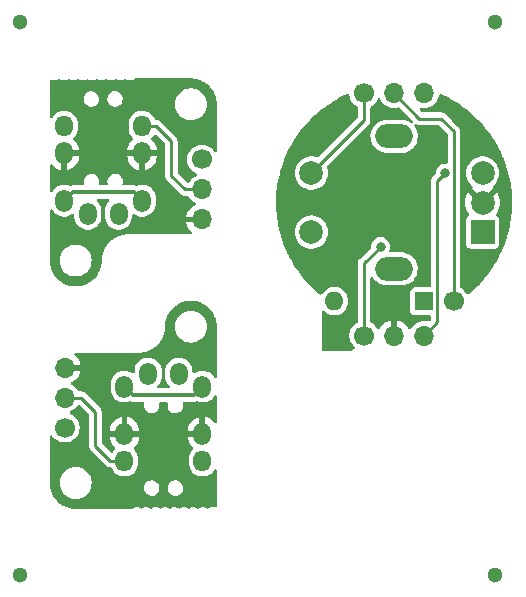
<source format=gbr>
%TF.GenerationSoftware,KiCad,Pcbnew,7.0.5*%
%TF.CreationDate,2024-01-16T16:22:41+08:00*%
%TF.ProjectId,ZeroMini,5a65726f-4d69-46e6-992e-6b696361645f,rev?*%
%TF.SameCoordinates,Original*%
%TF.FileFunction,Copper,L1,Top*%
%TF.FilePolarity,Positive*%
%FSLAX46Y46*%
G04 Gerber Fmt 4.6, Leading zero omitted, Abs format (unit mm)*
G04 Created by KiCad (PCBNEW 7.0.5) date 2024-01-16 16:22:41*
%MOMM*%
%LPD*%
G01*
G04 APERTURE LIST*
%TA.AperFunction,WasherPad*%
%ADD10O,3.200000X2.000000*%
%TD*%
%TA.AperFunction,ComponentPad*%
%ADD11R,2.000000X2.000000*%
%TD*%
%TA.AperFunction,ComponentPad*%
%ADD12C,2.000000*%
%TD*%
%TA.AperFunction,ComponentPad*%
%ADD13O,1.500000X1.900000*%
%TD*%
%TA.AperFunction,ComponentPad*%
%ADD14O,1.500000X1.800000*%
%TD*%
%TA.AperFunction,ComponentPad*%
%ADD15C,1.700000*%
%TD*%
%TA.AperFunction,ComponentPad*%
%ADD16O,1.700000X1.700000*%
%TD*%
%TA.AperFunction,SMDPad,CuDef*%
%ADD17C,1.300000*%
%TD*%
%TA.AperFunction,ComponentPad*%
%ADD18R,1.600000X1.600000*%
%TD*%
%TA.AperFunction,ComponentPad*%
%ADD19O,1.600000X1.600000*%
%TD*%
%TA.AperFunction,ViaPad*%
%ADD20C,0.800000*%
%TD*%
%TA.AperFunction,Conductor*%
%ADD21C,0.350000*%
%TD*%
%TA.AperFunction,Conductor*%
%ADD22C,0.250000*%
%TD*%
G04 APERTURE END LIST*
D10*
%TO.P,RE1,*%
%TO.N,*%
X178956000Y-55834000D03*
X178956000Y-44634000D03*
D11*
%TO.P,RE1,A,CLK*%
%TO.N,LA11*%
X186456000Y-52734000D03*
D12*
%TO.P,RE1,B,DT*%
%TO.N,LB11*%
X186456000Y-47734000D03*
%TO.P,RE1,C,GND*%
%TO.N,GND*%
X186456000Y-50234000D03*
%TO.P,RE1,S1,GND*%
%TO.N,col_re*%
X171956000Y-47734000D03*
%TO.P,RE1,S2,SW*%
%TO.N,Net-(RE1-SW)*%
X171956000Y-52734000D03*
%TD*%
D13*
%TO.P,T1,1,T/VCC*%
%TO.N,5V1*%
X162728000Y-65816000D03*
X156128000Y-65816000D03*
D14*
%TO.P,T1,2,R/SNL*%
%TO.N,LTRRS*%
X162728000Y-72116000D03*
X156128000Y-72116000D03*
D13*
%TO.P,T1,3,R/GND*%
%TO.N,GND*%
X162728000Y-69816000D03*
X156128000Y-69816000D03*
%TO.P,T1,4,S/No*%
%TO.N,unconnected-(T1-S{slash}No-Pad4)*%
X160728000Y-64716000D03*
X158128000Y-64716000D03*
%TD*%
%TO.P,T1,1,T/VCC*%
%TO.N,5V1*%
X151028000Y-50070000D03*
X157628000Y-50070000D03*
D14*
%TO.P,T1,2,R/SNL*%
%TO.N,LTRRS*%
X151028000Y-43770000D03*
X157628000Y-43770000D03*
D13*
%TO.P,T1,3,R/GND*%
%TO.N,GND*%
X151028000Y-46070000D03*
X157628000Y-46070000D03*
%TO.P,T1,4,S/No*%
%TO.N,unconnected-(T1-S{slash}No-Pad4)*%
X153028000Y-51170000D03*
X155628000Y-51170000D03*
%TD*%
D15*
%TO.P,J12,1,Pin_1*%
%TO.N,col_re*%
X176416000Y-40990000D03*
D16*
%TO.P,J12,2,Pin_2*%
%TO.N,row_re*%
X178956000Y-40990000D03*
%TO.P,J12,3,Pin_3*%
%TO.N,col_re*%
X181496000Y-40990000D03*
%TD*%
D17*
%TO.P,H10,*%
%TO.N,*%
X147300000Y-34910000D03*
%TD*%
D15*
%TO.P,J1,1,Pin_1*%
%TO.N,5V1*%
X151070000Y-69293000D03*
D16*
%TO.P,J1,2,Pin_2*%
%TO.N,LTRRS*%
X151070000Y-66753000D03*
%TO.P,J1,3,Pin_3*%
%TO.N,GND*%
X151070000Y-64213000D03*
%TD*%
D17*
%TO.P,H13,*%
%TO.N,*%
X187456400Y-81780000D03*
%TD*%
D15*
%TO.P,J10,1,Pin_1*%
%TO.N,row_re*%
X184026000Y-58584000D03*
%TD*%
D17*
%TO.P,H15,*%
%TO.N,*%
X187456400Y-34910000D03*
%TD*%
D15*
%TO.P,J1,1,Pin_1*%
%TO.N,5V1*%
X162686000Y-46593000D03*
D16*
%TO.P,J1,2,Pin_2*%
%TO.N,LTRRS*%
X162686000Y-49133000D03*
%TO.P,J1,3,Pin_3*%
%TO.N,GND*%
X162686000Y-51673000D03*
%TD*%
D17*
%TO.P,H14,*%
%TO.N,*%
X147300000Y-81780000D03*
%TD*%
D18*
%TO.P,D1,1*%
%TO.N,row_re*%
X181486000Y-58584000D03*
D19*
%TO.P,D1,2*%
%TO.N,Net-(RE1-SW)*%
X173886000Y-58584000D03*
%TD*%
D15*
%TO.P,J11,1,Pin_1*%
%TO.N,LA11*%
X176416000Y-61504000D03*
D16*
%TO.P,J11,2,Pin_2*%
%TO.N,GND*%
X178956000Y-61504000D03*
%TO.P,J11,3,Pin_3*%
%TO.N,LB11*%
X181496000Y-61504000D03*
%TD*%
D20*
%TO.N,GND*%
X181176000Y-50229000D03*
%TO.N,LA11*%
X177806000Y-53979000D03*
%TO.N,LB11*%
X183286000Y-47734000D03*
%TD*%
D21*
%TO.N,5V1*%
X156128000Y-65816000D02*
X156838000Y-66526000D01*
X162018000Y-66526000D02*
X162728000Y-65816000D01*
X157628000Y-50070000D02*
X156918000Y-49360000D01*
X156918000Y-49360000D02*
X151738000Y-49360000D01*
X156838000Y-66526000D02*
X162018000Y-66526000D01*
X151738000Y-49360000D02*
X151028000Y-50070000D01*
D22*
%TO.N,LTRRS*%
X151070000Y-66753000D02*
X152477000Y-66753000D01*
X162686000Y-49133000D02*
X161279000Y-49133000D01*
X153660000Y-67936000D02*
X153660000Y-70846000D01*
X153660000Y-70846000D02*
X154930000Y-72116000D01*
X160096000Y-47950000D02*
X160096000Y-45040000D01*
X152477000Y-66753000D02*
X153660000Y-67936000D01*
X161279000Y-49133000D02*
X160096000Y-47950000D01*
X160096000Y-45040000D02*
X158826000Y-43770000D01*
X158826000Y-43770000D02*
X157628000Y-43770000D01*
X154930000Y-72116000D02*
X156128000Y-72116000D01*
%TO.N,GND*%
X156128000Y-69816000D02*
X156128000Y-67888000D01*
X161303000Y-51673000D02*
X162686000Y-51673000D01*
X181176000Y-56644000D02*
X181176000Y-50229000D01*
X157628000Y-47998000D02*
X161303000Y-51673000D01*
X157628000Y-46070000D02*
X157628000Y-47998000D01*
X156128000Y-67888000D02*
X152453000Y-64213000D01*
X152453000Y-64213000D02*
X151070000Y-64213000D01*
X178956000Y-58864000D02*
X181176000Y-56644000D01*
X178956000Y-61504000D02*
X178956000Y-58864000D01*
%TO.N,row_re*%
X184026000Y-44219000D02*
X182946000Y-43139000D01*
X181105000Y-43139000D02*
X178956000Y-40990000D01*
X184026000Y-58584000D02*
X184026000Y-44219000D01*
X182946000Y-43139000D02*
X181105000Y-43139000D01*
%TO.N,LA11*%
X177806000Y-53979000D02*
X176416000Y-55369000D01*
X176416000Y-55369000D02*
X176416000Y-61504000D01*
%TO.N,LB11*%
X182611000Y-60389000D02*
X181496000Y-61504000D01*
X182611000Y-48409000D02*
X182611000Y-60389000D01*
X183286000Y-47734000D02*
X182611000Y-48409000D01*
%TO.N,col_re*%
X176416000Y-40990000D02*
X176416000Y-43274000D01*
X176416000Y-43274000D02*
X171956000Y-47734000D01*
%TD*%
%TA.AperFunction,Conductor*%
%TO.N,GND*%
G36*
X161854945Y-58549485D02*
G01*
X162024683Y-58560610D01*
X162031780Y-58561490D01*
X162155257Y-58584118D01*
X162296854Y-58612284D01*
X162303142Y-58613884D01*
X162427388Y-58652601D01*
X162428735Y-58653039D01*
X162560294Y-58697698D01*
X162565813Y-58699871D01*
X162581164Y-58706779D01*
X162686305Y-58754099D01*
X162688132Y-58754960D01*
X162810955Y-58815530D01*
X162815602Y-58818074D01*
X162929450Y-58886898D01*
X162931805Y-58888395D01*
X162993015Y-58929295D01*
X163044818Y-58963909D01*
X163048606Y-58966651D01*
X163108187Y-59013330D01*
X163153710Y-59048995D01*
X163156353Y-59051187D01*
X163258227Y-59140528D01*
X163261189Y-59143302D01*
X163355696Y-59237809D01*
X163358470Y-59240771D01*
X163447811Y-59342645D01*
X163450003Y-59345288D01*
X163532343Y-59450387D01*
X163535089Y-59454180D01*
X163610593Y-59567178D01*
X163612100Y-59569548D01*
X163680921Y-59683391D01*
X163683470Y-59688047D01*
X163702160Y-59725946D01*
X163744015Y-59810818D01*
X163744923Y-59812745D01*
X163748282Y-59820207D01*
X163799127Y-59933185D01*
X163801300Y-59938704D01*
X163845937Y-60070198D01*
X163846420Y-60071682D01*
X163885107Y-60195831D01*
X163886720Y-60202172D01*
X163893572Y-60236618D01*
X163914885Y-60343767D01*
X163937507Y-60467214D01*
X163938391Y-60474340D01*
X163949504Y-60643896D01*
X163955387Y-60741131D01*
X163955500Y-60744877D01*
X163955500Y-64972825D01*
X163935815Y-65039864D01*
X163883011Y-65085619D01*
X163813853Y-65095563D01*
X163750297Y-65066538D01*
X163720500Y-65028096D01*
X163710367Y-65007746D01*
X163581872Y-64837593D01*
X163577500Y-64833607D01*
X163424302Y-64693948D01*
X163243019Y-64581702D01*
X163243017Y-64581701D01*
X163143608Y-64543190D01*
X163044198Y-64504679D01*
X162834610Y-64465500D01*
X162621390Y-64465500D01*
X162411802Y-64504679D01*
X162411799Y-64504679D01*
X162411799Y-64504680D01*
X162212982Y-64581701D01*
X162212975Y-64581705D01*
X162067777Y-64671608D01*
X162000417Y-64690163D01*
X161933717Y-64669355D01*
X161888856Y-64615790D01*
X161878500Y-64566181D01*
X161878500Y-64462809D01*
X161874797Y-64422844D01*
X161863756Y-64303690D01*
X161805405Y-64098611D01*
X161805403Y-64098606D01*
X161805403Y-64098605D01*
X161710367Y-63907746D01*
X161581872Y-63737593D01*
X161554895Y-63713000D01*
X161424302Y-63593948D01*
X161243019Y-63481702D01*
X161243017Y-63481701D01*
X161143608Y-63443190D01*
X161044198Y-63404679D01*
X160834610Y-63365500D01*
X160621390Y-63365500D01*
X160411802Y-63404679D01*
X160411799Y-63404679D01*
X160411799Y-63404680D01*
X160212982Y-63481701D01*
X160212980Y-63481702D01*
X160031699Y-63593947D01*
X159874127Y-63737593D01*
X159745632Y-63907746D01*
X159650596Y-64098605D01*
X159650596Y-64098607D01*
X159638503Y-64141111D01*
X159592244Y-64303690D01*
X159577500Y-64462806D01*
X159577500Y-64969194D01*
X159586520Y-65066538D01*
X159592244Y-65128310D01*
X159650596Y-65333392D01*
X159650596Y-65333394D01*
X159745632Y-65524253D01*
X159874127Y-65694406D01*
X159918506Y-65734863D01*
X159954787Y-65794575D01*
X159953026Y-65864422D01*
X159913782Y-65922230D01*
X159849515Y-65949644D01*
X159834967Y-65950500D01*
X159021033Y-65950500D01*
X158953994Y-65930815D01*
X158908239Y-65878011D01*
X158898295Y-65808853D01*
X158927320Y-65745297D01*
X158937494Y-65734863D01*
X158981872Y-65694407D01*
X159110366Y-65524255D01*
X159123577Y-65497723D01*
X159205403Y-65333394D01*
X159205403Y-65333393D01*
X159205405Y-65333389D01*
X159263756Y-65128310D01*
X159278500Y-64969194D01*
X159278500Y-64462806D01*
X159263756Y-64303690D01*
X159205405Y-64098611D01*
X159205403Y-64098606D01*
X159205403Y-64098605D01*
X159110367Y-63907746D01*
X158981872Y-63737593D01*
X158954895Y-63713000D01*
X158824302Y-63593948D01*
X158643019Y-63481702D01*
X158643017Y-63481701D01*
X158543608Y-63443190D01*
X158444198Y-63404679D01*
X158234610Y-63365500D01*
X158021390Y-63365500D01*
X157811802Y-63404679D01*
X157811799Y-63404679D01*
X157811799Y-63404680D01*
X157612982Y-63481701D01*
X157612980Y-63481702D01*
X157431699Y-63593947D01*
X157274127Y-63737593D01*
X157145632Y-63907746D01*
X157050596Y-64098605D01*
X157050596Y-64098607D01*
X156992244Y-64303689D01*
X156977500Y-64462809D01*
X156977500Y-64566181D01*
X156957815Y-64633220D01*
X156905011Y-64678975D01*
X156835853Y-64688919D01*
X156788223Y-64671608D01*
X156643024Y-64581705D01*
X156643017Y-64581701D01*
X156543608Y-64543190D01*
X156444198Y-64504679D01*
X156234610Y-64465500D01*
X156021390Y-64465500D01*
X155811802Y-64504679D01*
X155811799Y-64504679D01*
X155811799Y-64504680D01*
X155612982Y-64581701D01*
X155612980Y-64581702D01*
X155431699Y-64693947D01*
X155274127Y-64837593D01*
X155145632Y-65007746D01*
X155050596Y-65198605D01*
X155050596Y-65198607D01*
X155012247Y-65333389D01*
X154992244Y-65403690D01*
X154977500Y-65562806D01*
X154977500Y-66069194D01*
X154992244Y-66228310D01*
X155017763Y-66318000D01*
X155050596Y-66433392D01*
X155050596Y-66433394D01*
X155145632Y-66624253D01*
X155274127Y-66794406D01*
X155274128Y-66794407D01*
X155431698Y-66938052D01*
X155612981Y-67050298D01*
X155811802Y-67127321D01*
X156021390Y-67166500D01*
X156021392Y-67166500D01*
X156234608Y-67166500D01*
X156234610Y-67166500D01*
X156444198Y-67127321D01*
X156574409Y-67076876D01*
X156644028Y-67071014D01*
X156666653Y-67077942D01*
X156687764Y-67086687D01*
X156800280Y-67101500D01*
X156838000Y-67106466D01*
X156871688Y-67102030D01*
X156879786Y-67101500D01*
X157675874Y-67101500D01*
X157742913Y-67121185D01*
X157788668Y-67173989D01*
X157798612Y-67243147D01*
X157797678Y-67248734D01*
X157773624Y-67374830D01*
X157773624Y-67374832D01*
X157773624Y-67374833D01*
X157783944Y-67538860D01*
X157834732Y-67695171D01*
X157834734Y-67695175D01*
X157922798Y-67833940D01*
X158042603Y-67946445D01*
X158042611Y-67946451D01*
X158183643Y-68023984D01*
X158186632Y-68025627D01*
X158345823Y-68066500D01*
X158345827Y-68066500D01*
X158468923Y-68066500D01*
X158468925Y-68066500D01*
X158468930Y-68066499D01*
X158468934Y-68066499D01*
X158482174Y-68064826D01*
X158591058Y-68051071D01*
X158743871Y-67990568D01*
X158792641Y-67955135D01*
X158876835Y-67893965D01*
X158876835Y-67893963D01*
X158876837Y-67893963D01*
X158981600Y-67767326D01*
X159051579Y-67618613D01*
X159082376Y-67457170D01*
X159072056Y-67293140D01*
X159062529Y-67263818D01*
X159060534Y-67193976D01*
X159096615Y-67134144D01*
X159159316Y-67103316D01*
X159180460Y-67101500D01*
X159675874Y-67101500D01*
X159742913Y-67121185D01*
X159788668Y-67173989D01*
X159798612Y-67243147D01*
X159797678Y-67248734D01*
X159773624Y-67374830D01*
X159773624Y-67374832D01*
X159773624Y-67374833D01*
X159783944Y-67538860D01*
X159834732Y-67695171D01*
X159834734Y-67695175D01*
X159922798Y-67833940D01*
X160042603Y-67946445D01*
X160042611Y-67946451D01*
X160183643Y-68023984D01*
X160186632Y-68025627D01*
X160345823Y-68066500D01*
X160345827Y-68066500D01*
X160468923Y-68066500D01*
X160468925Y-68066500D01*
X160468930Y-68066499D01*
X160468934Y-68066499D01*
X160482174Y-68064826D01*
X160591058Y-68051071D01*
X160743871Y-67990568D01*
X160792641Y-67955135D01*
X160876835Y-67893965D01*
X160876835Y-67893963D01*
X160876837Y-67893963D01*
X160981600Y-67767326D01*
X161051579Y-67618613D01*
X161082376Y-67457170D01*
X161072056Y-67293140D01*
X161062529Y-67263818D01*
X161060534Y-67193976D01*
X161096615Y-67134144D01*
X161159316Y-67103316D01*
X161180460Y-67101500D01*
X161976219Y-67101500D01*
X161984317Y-67102030D01*
X162004734Y-67104718D01*
X162017999Y-67106465D01*
X162018000Y-67106465D01*
X162053785Y-67101754D01*
X162053813Y-67101751D01*
X162055720Y-67101500D01*
X162168236Y-67086687D01*
X162189343Y-67077943D01*
X162258810Y-67070474D01*
X162281590Y-67076876D01*
X162411802Y-67127321D01*
X162621390Y-67166500D01*
X162621392Y-67166500D01*
X162834608Y-67166500D01*
X162834610Y-67166500D01*
X163044198Y-67127321D01*
X163243019Y-67050298D01*
X163424302Y-66938052D01*
X163581872Y-66794407D01*
X163710366Y-66624255D01*
X163720500Y-66603902D01*
X163768001Y-66552666D01*
X163835664Y-66535244D01*
X163902004Y-66557168D01*
X163945960Y-66611479D01*
X163955500Y-66659174D01*
X163955500Y-68797249D01*
X163935815Y-68864288D01*
X163883011Y-68910043D01*
X163813853Y-68919987D01*
X163750297Y-68890962D01*
X163731182Y-68870135D01*
X163673144Y-68790253D01*
X163673142Y-68790250D01*
X163510513Y-68634762D01*
X163322733Y-68510808D01*
X163115830Y-68422375D01*
X163115823Y-68422373D01*
X162978000Y-68390915D01*
X162978000Y-69240722D01*
X162894260Y-69192375D01*
X162762008Y-69162190D01*
X162626735Y-69172327D01*
X162500459Y-69221887D01*
X162478000Y-69239797D01*
X162478000Y-68388449D01*
X162477999Y-68388449D01*
X162448721Y-68392415D01*
X162234731Y-68461945D01*
X162036598Y-68568565D01*
X162036595Y-68568567D01*
X161860679Y-68708854D01*
X161712647Y-68878292D01*
X161712640Y-68878300D01*
X161597240Y-69071446D01*
X161597238Y-69071451D01*
X161518175Y-69282110D01*
X161518175Y-69282111D01*
X161478000Y-69503494D01*
X161478000Y-69566000D01*
X162278000Y-69566000D01*
X162278000Y-70049724D01*
X162280453Y-70066000D01*
X161478000Y-70066000D01*
X161478000Y-70072129D01*
X161493116Y-70240096D01*
X161493117Y-70240102D01*
X161552973Y-70456984D01*
X161552978Y-70456997D01*
X161650598Y-70659708D01*
X161650602Y-70659716D01*
X161782851Y-70841741D01*
X161782857Y-70841749D01*
X161916575Y-70969596D01*
X161951427Y-71030152D01*
X161948008Y-71099938D01*
X161914424Y-71150857D01*
X161874126Y-71187595D01*
X161874125Y-71187596D01*
X161745632Y-71357746D01*
X161650596Y-71548605D01*
X161650596Y-71548607D01*
X161650594Y-71548611D01*
X161650595Y-71548611D01*
X161592244Y-71753690D01*
X161577500Y-71912806D01*
X161577500Y-72319194D01*
X161592244Y-72478310D01*
X161640150Y-72646681D01*
X161650596Y-72683392D01*
X161650596Y-72683394D01*
X161745632Y-72874253D01*
X161874127Y-73044406D01*
X161874128Y-73044407D01*
X162031698Y-73188052D01*
X162212981Y-73300298D01*
X162411802Y-73377321D01*
X162621390Y-73416500D01*
X162621392Y-73416500D01*
X162834608Y-73416500D01*
X162834610Y-73416500D01*
X163044198Y-73377321D01*
X163243019Y-73300298D01*
X163424302Y-73188052D01*
X163581872Y-73044407D01*
X163710366Y-72874255D01*
X163720500Y-72853902D01*
X163768001Y-72802666D01*
X163835664Y-72785244D01*
X163902004Y-72807168D01*
X163945960Y-72861479D01*
X163955500Y-72909174D01*
X163955500Y-75932758D01*
X163935815Y-75999797D01*
X163883011Y-76045552D01*
X163813853Y-76055496D01*
X163779989Y-76045553D01*
X163779762Y-76045449D01*
X163691342Y-76005069D01*
X163691339Y-76005068D01*
X163691338Y-76005068D01*
X163590011Y-75990500D01*
X163521989Y-75990500D01*
X163521988Y-75990500D01*
X163420663Y-76005068D01*
X163420654Y-76005070D01*
X163296285Y-76061867D01*
X163296281Y-76061870D01*
X163237202Y-76113062D01*
X163173646Y-76142086D01*
X163104487Y-76132142D01*
X163074798Y-76113062D01*
X163015718Y-76061870D01*
X163015714Y-76061867D01*
X162891345Y-76005070D01*
X162891343Y-76005069D01*
X162891342Y-76005069D01*
X162891337Y-76005068D01*
X162891336Y-76005068D01*
X162790011Y-75990500D01*
X162721989Y-75990500D01*
X162721988Y-75990500D01*
X162620663Y-76005068D01*
X162620654Y-76005070D01*
X162496285Y-76061867D01*
X162496281Y-76061870D01*
X162437202Y-76113062D01*
X162373646Y-76142086D01*
X162304487Y-76132142D01*
X162274798Y-76113062D01*
X162215718Y-76061870D01*
X162215714Y-76061867D01*
X162091345Y-76005070D01*
X162091343Y-76005069D01*
X162091342Y-76005069D01*
X162091337Y-76005068D01*
X162091336Y-76005068D01*
X161990011Y-75990500D01*
X161921989Y-75990500D01*
X161921988Y-75990500D01*
X161820663Y-76005068D01*
X161820654Y-76005070D01*
X161696285Y-76061867D01*
X161696281Y-76061870D01*
X161637202Y-76113062D01*
X161573646Y-76142086D01*
X161504487Y-76132142D01*
X161474798Y-76113062D01*
X161415718Y-76061870D01*
X161415714Y-76061867D01*
X161291345Y-76005070D01*
X161291343Y-76005069D01*
X161291342Y-76005069D01*
X161291337Y-76005068D01*
X161291336Y-76005068D01*
X161190011Y-75990500D01*
X161121989Y-75990500D01*
X161121988Y-75990500D01*
X161020663Y-76005068D01*
X161020654Y-76005070D01*
X160896285Y-76061867D01*
X160896281Y-76061870D01*
X160837202Y-76113062D01*
X160773646Y-76142086D01*
X160704487Y-76132142D01*
X160674798Y-76113062D01*
X160615718Y-76061870D01*
X160615714Y-76061867D01*
X160491345Y-76005070D01*
X160491343Y-76005069D01*
X160491342Y-76005069D01*
X160491337Y-76005068D01*
X160491336Y-76005068D01*
X160390011Y-75990500D01*
X160321989Y-75990500D01*
X160321988Y-75990500D01*
X160220663Y-76005068D01*
X160220654Y-76005070D01*
X160096285Y-76061867D01*
X160096281Y-76061870D01*
X160037202Y-76113062D01*
X159973646Y-76142086D01*
X159904487Y-76132142D01*
X159874798Y-76113062D01*
X159815718Y-76061870D01*
X159815714Y-76061867D01*
X159691345Y-76005070D01*
X159691343Y-76005069D01*
X159691342Y-76005069D01*
X159691337Y-76005068D01*
X159691336Y-76005068D01*
X159590011Y-75990500D01*
X159521989Y-75990500D01*
X159521988Y-75990500D01*
X159420663Y-76005068D01*
X159420654Y-76005070D01*
X159296285Y-76061867D01*
X159296281Y-76061870D01*
X159237202Y-76113062D01*
X159173646Y-76142086D01*
X159104487Y-76132142D01*
X159074798Y-76113062D01*
X159015718Y-76061870D01*
X159015714Y-76061867D01*
X158891345Y-76005070D01*
X158891343Y-76005069D01*
X158891342Y-76005069D01*
X158891337Y-76005068D01*
X158891336Y-76005068D01*
X158790011Y-75990500D01*
X158721989Y-75990500D01*
X158721988Y-75990500D01*
X158620663Y-76005068D01*
X158620654Y-76005070D01*
X158496285Y-76061867D01*
X158496281Y-76061870D01*
X158437202Y-76113062D01*
X158373646Y-76142086D01*
X158304487Y-76132142D01*
X158274798Y-76113062D01*
X158215718Y-76061870D01*
X158215714Y-76061867D01*
X158091345Y-76005070D01*
X158091343Y-76005069D01*
X158091342Y-76005069D01*
X158091337Y-76005068D01*
X158091336Y-76005068D01*
X157990011Y-75990500D01*
X157921989Y-75990500D01*
X157921988Y-75990500D01*
X157820663Y-76005068D01*
X157820654Y-76005070D01*
X157696285Y-76061867D01*
X157696281Y-76061870D01*
X157637202Y-76113062D01*
X157573646Y-76142086D01*
X157504487Y-76132142D01*
X157474798Y-76113062D01*
X157415718Y-76061870D01*
X157415714Y-76061867D01*
X157291345Y-76005070D01*
X157291343Y-76005069D01*
X157291342Y-76005069D01*
X157291337Y-76005068D01*
X157291336Y-76005068D01*
X157190011Y-75990500D01*
X157121989Y-75990500D01*
X157121988Y-75990500D01*
X157020663Y-76005068D01*
X157020654Y-76005070D01*
X156896285Y-76061867D01*
X156896277Y-76061872D01*
X156811638Y-76135213D01*
X156748082Y-76164238D01*
X156730436Y-76165500D01*
X152001878Y-76165500D01*
X151998133Y-76165387D01*
X151900896Y-76159504D01*
X151731340Y-76148391D01*
X151724214Y-76147507D01*
X151600767Y-76124885D01*
X151493618Y-76103572D01*
X151459172Y-76096720D01*
X151452831Y-76095107D01*
X151346177Y-76061872D01*
X151328682Y-76056420D01*
X151327198Y-76055937D01*
X151195704Y-76011300D01*
X151190185Y-76009127D01*
X151103604Y-75970161D01*
X151069745Y-75954923D01*
X151067818Y-75954015D01*
X151015179Y-75928056D01*
X150945047Y-75893470D01*
X150940391Y-75890921D01*
X150826548Y-75822100D01*
X150824178Y-75820593D01*
X150711180Y-75745089D01*
X150707387Y-75742343D01*
X150602288Y-75660003D01*
X150599645Y-75657811D01*
X150497771Y-75568470D01*
X150494809Y-75565696D01*
X150400302Y-75471189D01*
X150397528Y-75468227D01*
X150308187Y-75366353D01*
X150305995Y-75363710D01*
X150269008Y-75316500D01*
X150223651Y-75258606D01*
X150220909Y-75254818D01*
X150145405Y-75141820D01*
X150143898Y-75139450D01*
X150099798Y-75066500D01*
X150075074Y-75025602D01*
X150072528Y-75020951D01*
X150011960Y-74898132D01*
X150011099Y-74896305D01*
X149956871Y-74775813D01*
X149954698Y-74770294D01*
X149910039Y-74638735D01*
X149909601Y-74637388D01*
X149870884Y-74513142D01*
X149869284Y-74506854D01*
X149841118Y-74365257D01*
X149818490Y-74241780D01*
X149817610Y-74234683D01*
X149806485Y-74064958D01*
X149800613Y-73967866D01*
X149800557Y-73966000D01*
X150644341Y-73966000D01*
X150664936Y-74201403D01*
X150664938Y-74201413D01*
X150726094Y-74429655D01*
X150726096Y-74429659D01*
X150726097Y-74429663D01*
X150762092Y-74506854D01*
X150825964Y-74643828D01*
X150825965Y-74643830D01*
X150961505Y-74837402D01*
X151128597Y-75004494D01*
X151322169Y-75140034D01*
X151322171Y-75140035D01*
X151536337Y-75239903D01*
X151764592Y-75301063D01*
X151941032Y-75316499D01*
X151941033Y-75316500D01*
X151941034Y-75316500D01*
X152058967Y-75316500D01*
X152058967Y-75316499D01*
X152235408Y-75301063D01*
X152463663Y-75239903D01*
X152677829Y-75140035D01*
X152871401Y-75004495D01*
X153038495Y-74837401D01*
X153174035Y-74643830D01*
X153273903Y-74429663D01*
X153288594Y-74374833D01*
X157773624Y-74374833D01*
X157783944Y-74538860D01*
X157834732Y-74695171D01*
X157834734Y-74695175D01*
X157922798Y-74833940D01*
X158042603Y-74946445D01*
X158042611Y-74946451D01*
X158186628Y-75025625D01*
X158186632Y-75025627D01*
X158345823Y-75066500D01*
X158345827Y-75066500D01*
X158468923Y-75066500D01*
X158468925Y-75066500D01*
X158468930Y-75066499D01*
X158468934Y-75066499D01*
X158482174Y-75064826D01*
X158591058Y-75051071D01*
X158743871Y-74990568D01*
X158747187Y-74988159D01*
X158876835Y-74893965D01*
X158876835Y-74893963D01*
X158876837Y-74893963D01*
X158981600Y-74767326D01*
X159051579Y-74618613D01*
X159082376Y-74457170D01*
X159077196Y-74374833D01*
X159773624Y-74374833D01*
X159783944Y-74538860D01*
X159834732Y-74695171D01*
X159834734Y-74695175D01*
X159922798Y-74833940D01*
X160042603Y-74946445D01*
X160042611Y-74946451D01*
X160186628Y-75025625D01*
X160186632Y-75025627D01*
X160345823Y-75066500D01*
X160345827Y-75066500D01*
X160468923Y-75066500D01*
X160468925Y-75066500D01*
X160468930Y-75066499D01*
X160468934Y-75066499D01*
X160482174Y-75064826D01*
X160591058Y-75051071D01*
X160743871Y-74990568D01*
X160747187Y-74988159D01*
X160876835Y-74893965D01*
X160876835Y-74893963D01*
X160876837Y-74893963D01*
X160981600Y-74767326D01*
X161051579Y-74618613D01*
X161082376Y-74457170D01*
X161072056Y-74293140D01*
X161021268Y-74136829D01*
X160933202Y-73998060D01*
X160899062Y-73966000D01*
X160813396Y-73885554D01*
X160813388Y-73885548D01*
X160669371Y-73806374D01*
X160669361Y-73806371D01*
X160510180Y-73765500D01*
X160510177Y-73765500D01*
X160387075Y-73765500D01*
X160387065Y-73765500D01*
X160264942Y-73780929D01*
X160264939Y-73780929D01*
X160112130Y-73841431D01*
X160112121Y-73841436D01*
X159979164Y-73938034D01*
X159979162Y-73938037D01*
X159874400Y-74064673D01*
X159804420Y-74213387D01*
X159789207Y-74293139D01*
X159773624Y-74374830D01*
X159773624Y-74374832D01*
X159773624Y-74374833D01*
X159077196Y-74374833D01*
X159072056Y-74293140D01*
X159021268Y-74136829D01*
X158933202Y-73998060D01*
X158899062Y-73966000D01*
X158813396Y-73885554D01*
X158813388Y-73885548D01*
X158669371Y-73806374D01*
X158669361Y-73806371D01*
X158510180Y-73765500D01*
X158510177Y-73765500D01*
X158387075Y-73765500D01*
X158387065Y-73765500D01*
X158264942Y-73780929D01*
X158264939Y-73780929D01*
X158112130Y-73841431D01*
X158112121Y-73841436D01*
X157979164Y-73938034D01*
X157979162Y-73938037D01*
X157874400Y-74064673D01*
X157804420Y-74213387D01*
X157789207Y-74293139D01*
X157773624Y-74374830D01*
X157773624Y-74374832D01*
X157773624Y-74374833D01*
X153288594Y-74374833D01*
X153335063Y-74201408D01*
X153355659Y-73966000D01*
X153353212Y-73938037D01*
X153348621Y-73885554D01*
X153335063Y-73730592D01*
X153273903Y-73502337D01*
X153174035Y-73288171D01*
X153174034Y-73288169D01*
X153038494Y-73094597D01*
X152871402Y-72927505D01*
X152677830Y-72791965D01*
X152677828Y-72791964D01*
X152512113Y-72714690D01*
X152463663Y-72692097D01*
X152463659Y-72692096D01*
X152463655Y-72692094D01*
X152235413Y-72630938D01*
X152235403Y-72630936D01*
X152058967Y-72615500D01*
X152058966Y-72615500D01*
X151941034Y-72615500D01*
X151941033Y-72615500D01*
X151764596Y-72630936D01*
X151764586Y-72630938D01*
X151536344Y-72692094D01*
X151536335Y-72692098D01*
X151322171Y-72791964D01*
X151322169Y-72791965D01*
X151128597Y-72927505D01*
X150961506Y-73094597D01*
X150961501Y-73094604D01*
X150825967Y-73288165D01*
X150825965Y-73288169D01*
X150726098Y-73502335D01*
X150726094Y-73502344D01*
X150664938Y-73730586D01*
X150664936Y-73730596D01*
X150644341Y-73965999D01*
X150644341Y-73966000D01*
X149800557Y-73966000D01*
X149800500Y-73964123D01*
X149800500Y-70053425D01*
X149820185Y-69986386D01*
X149872989Y-69940631D01*
X149942147Y-69930687D01*
X150005703Y-69959712D01*
X150026071Y-69982297D01*
X150108402Y-70099877D01*
X150263123Y-70254598D01*
X150442361Y-70380102D01*
X150640670Y-70472575D01*
X150852023Y-70529207D01*
X151034926Y-70545208D01*
X151069998Y-70548277D01*
X151070000Y-70548277D01*
X151070002Y-70548277D01*
X151098254Y-70545805D01*
X151287977Y-70529207D01*
X151499330Y-70472575D01*
X151697639Y-70380102D01*
X151876877Y-70254598D01*
X152031598Y-70099877D01*
X152157102Y-69920639D01*
X152249575Y-69722330D01*
X152306207Y-69510977D01*
X152325277Y-69293000D01*
X152324324Y-69282111D01*
X152321569Y-69250618D01*
X152306207Y-69075023D01*
X152249575Y-68863670D01*
X152157102Y-68665362D01*
X152157100Y-68665359D01*
X152157099Y-68665357D01*
X152031599Y-68486124D01*
X151967848Y-68422373D01*
X151876877Y-68331402D01*
X151697639Y-68205898D01*
X151546414Y-68135381D01*
X151493977Y-68089210D01*
X151474825Y-68022016D01*
X151495041Y-67955135D01*
X151546414Y-67910618D01*
X151697639Y-67840102D01*
X151876877Y-67714598D01*
X152031598Y-67559877D01*
X152156507Y-67381487D01*
X152211083Y-67337864D01*
X152280582Y-67330672D01*
X152342936Y-67362194D01*
X152345762Y-67364932D01*
X153098181Y-68117351D01*
X153131666Y-68178674D01*
X153134500Y-68205032D01*
X153134500Y-70835948D01*
X153134464Y-70838065D01*
X153132340Y-70900250D01*
X153142308Y-70941153D01*
X153143494Y-70947394D01*
X153149228Y-70989109D01*
X153155864Y-71004387D01*
X153162602Y-71024424D01*
X153166542Y-71040593D01*
X153166543Y-71040594D01*
X153187175Y-71077289D01*
X153190000Y-71082977D01*
X153206782Y-71121611D01*
X153217283Y-71134518D01*
X153229183Y-71152001D01*
X153237342Y-71166512D01*
X153267115Y-71196285D01*
X153271372Y-71201002D01*
X153297946Y-71233665D01*
X153311544Y-71243264D01*
X153327715Y-71256885D01*
X154551321Y-72480490D01*
X154552764Y-72481983D01*
X154595243Y-72527468D01*
X154595245Y-72527469D01*
X154631222Y-72549346D01*
X154636466Y-72552915D01*
X154670025Y-72578364D01*
X154685510Y-72584470D01*
X154704447Y-72593876D01*
X154718669Y-72602525D01*
X154718671Y-72602525D01*
X154718672Y-72602526D01*
X154759216Y-72613885D01*
X154765220Y-72615903D01*
X154804411Y-72631359D01*
X154810067Y-72631940D01*
X154820968Y-72633061D01*
X154841746Y-72637009D01*
X154857772Y-72641500D01*
X154899880Y-72641500D01*
X154906221Y-72641824D01*
X154948110Y-72646131D01*
X154948118Y-72646129D01*
X154950941Y-72646033D01*
X154953464Y-72646681D01*
X154956546Y-72646998D01*
X154956498Y-72647460D01*
X155018614Y-72663415D01*
X155066147Y-72714623D01*
X155066180Y-72714690D01*
X155145632Y-72874253D01*
X155274127Y-73044406D01*
X155274128Y-73044407D01*
X155431698Y-73188052D01*
X155612981Y-73300298D01*
X155811802Y-73377321D01*
X156021390Y-73416500D01*
X156021392Y-73416500D01*
X156234608Y-73416500D01*
X156234610Y-73416500D01*
X156444198Y-73377321D01*
X156643019Y-73300298D01*
X156824302Y-73188052D01*
X156981872Y-73044407D01*
X157110366Y-72874255D01*
X157116728Y-72861479D01*
X157205403Y-72683394D01*
X157205403Y-72683393D01*
X157205405Y-72683389D01*
X157263756Y-72478310D01*
X157278500Y-72319194D01*
X157278500Y-71912806D01*
X157263756Y-71753690D01*
X157205405Y-71548611D01*
X157205403Y-71548606D01*
X157205403Y-71548605D01*
X157110367Y-71357746D01*
X157016661Y-71233661D01*
X156981872Y-71187593D01*
X156981869Y-71187590D01*
X156981870Y-71187590D01*
X156940852Y-71150197D01*
X156904571Y-71090486D01*
X156906332Y-71020638D01*
X156945576Y-70962831D01*
X156947081Y-70961612D01*
X156995315Y-70923148D01*
X156995326Y-70923137D01*
X157143352Y-70753707D01*
X157143359Y-70753699D01*
X157258759Y-70560553D01*
X157258761Y-70560548D01*
X157337824Y-70349889D01*
X157337824Y-70349888D01*
X157378000Y-70128505D01*
X157378000Y-70066000D01*
X156578000Y-70066000D01*
X156578000Y-69582276D01*
X156575547Y-69566000D01*
X157378000Y-69566000D01*
X157378000Y-69559874D01*
X157377999Y-69559870D01*
X157362883Y-69391903D01*
X157362882Y-69391897D01*
X157303026Y-69175015D01*
X157303021Y-69175002D01*
X157205401Y-68972291D01*
X157205397Y-68972283D01*
X157073148Y-68790258D01*
X157073142Y-68790250D01*
X156910513Y-68634762D01*
X156722733Y-68510808D01*
X156515830Y-68422375D01*
X156515823Y-68422373D01*
X156378000Y-68390915D01*
X156377999Y-68390915D01*
X156377999Y-69240722D01*
X156294260Y-69192375D01*
X156162008Y-69162190D01*
X156026735Y-69172327D01*
X155900459Y-69221887D01*
X155878000Y-69239797D01*
X155878000Y-68388449D01*
X155877999Y-68388449D01*
X155848721Y-68392415D01*
X155634731Y-68461945D01*
X155436598Y-68568565D01*
X155436595Y-68568567D01*
X155260679Y-68708854D01*
X155112647Y-68878292D01*
X155112640Y-68878300D01*
X154997240Y-69071446D01*
X154997238Y-69071451D01*
X154918175Y-69282110D01*
X154918175Y-69282111D01*
X154878000Y-69503494D01*
X154878000Y-69566000D01*
X155678000Y-69566000D01*
X155678000Y-70049724D01*
X155680453Y-70066000D01*
X154878000Y-70066000D01*
X154878000Y-70072129D01*
X154893116Y-70240096D01*
X154893117Y-70240102D01*
X154952973Y-70456984D01*
X154952978Y-70456997D01*
X155050598Y-70659708D01*
X155050602Y-70659716D01*
X155182851Y-70841741D01*
X155182857Y-70841749D01*
X155316575Y-70969596D01*
X155351427Y-71030152D01*
X155348008Y-71099938D01*
X155314424Y-71150857D01*
X155274126Y-71187595D01*
X155274125Y-71187596D01*
X155145631Y-71357748D01*
X155142617Y-71362617D01*
X155141597Y-71361985D01*
X155098253Y-71408735D01*
X155030590Y-71426156D01*
X154964250Y-71404230D01*
X154947076Y-71389907D01*
X154221819Y-70664650D01*
X154188334Y-70603327D01*
X154185500Y-70576969D01*
X154185500Y-67946050D01*
X154185536Y-67943933D01*
X154185924Y-67932575D01*
X154187660Y-67881755D01*
X154177689Y-67840840D01*
X154176505Y-67834613D01*
X154170771Y-67792889D01*
X154164135Y-67777613D01*
X154157400Y-67757583D01*
X154153458Y-67741406D01*
X154132819Y-67704701D01*
X154129995Y-67699015D01*
X154128325Y-67695171D01*
X154113219Y-67660391D01*
X154102711Y-67647476D01*
X154090816Y-67629998D01*
X154082659Y-67615491D01*
X154082658Y-67615489D01*
X154052886Y-67585717D01*
X154048636Y-67581009D01*
X154022054Y-67548335D01*
X154008450Y-67538732D01*
X153992278Y-67525109D01*
X153438146Y-66970977D01*
X152855662Y-66388493D01*
X152854220Y-66387000D01*
X152811753Y-66341529D01*
X152811752Y-66341528D01*
X152775775Y-66319651D01*
X152770529Y-66316081D01*
X152755462Y-66304655D01*
X152736976Y-66290636D01*
X152728406Y-66287256D01*
X152721485Y-66284527D01*
X152702553Y-66275124D01*
X152688329Y-66266474D01*
X152647785Y-66255113D01*
X152641766Y-66253089D01*
X152608025Y-66239784D01*
X152602589Y-66237641D01*
X152602585Y-66237640D01*
X152602583Y-66237640D01*
X152586022Y-66235937D01*
X152565255Y-66231990D01*
X152549231Y-66227500D01*
X152549228Y-66227500D01*
X152507120Y-66227500D01*
X152500778Y-66227175D01*
X152482853Y-66225332D01*
X152458892Y-66222869D01*
X152458888Y-66222869D01*
X152449576Y-66224474D01*
X152442485Y-66225697D01*
X152421420Y-66227500D01*
X152283727Y-66227500D01*
X152216688Y-66207815D01*
X152171345Y-66155906D01*
X152170916Y-66154988D01*
X152157102Y-66125362D01*
X152113925Y-66063698D01*
X152031599Y-65946124D01*
X151963486Y-65878011D01*
X151876877Y-65791402D01*
X151697639Y-65665898D01*
X151697633Y-65665895D01*
X151664133Y-65650273D01*
X151611694Y-65604100D01*
X151592543Y-65536907D01*
X151612760Y-65470026D01*
X151664135Y-65425509D01*
X151747580Y-65386598D01*
X151941082Y-65251105D01*
X152108105Y-65084082D01*
X152243600Y-64890578D01*
X152343429Y-64676492D01*
X152343432Y-64676486D01*
X152400636Y-64463000D01*
X151503686Y-64463000D01*
X151529493Y-64422844D01*
X151570000Y-64284889D01*
X151570000Y-64141111D01*
X151529493Y-64003156D01*
X151503686Y-63963000D01*
X152400636Y-63963000D01*
X152400635Y-63962999D01*
X152343432Y-63749513D01*
X152343429Y-63749507D01*
X152243600Y-63535422D01*
X152243599Y-63535420D01*
X152108113Y-63341926D01*
X152108108Y-63341920D01*
X151941080Y-63174892D01*
X151932771Y-63169074D01*
X151889147Y-63114496D01*
X151881955Y-63044997D01*
X151913479Y-62982643D01*
X151973709Y-62947231D01*
X152003896Y-62943500D01*
X157338965Y-62943500D01*
X157340681Y-62944004D01*
X157346346Y-62943633D01*
X157350402Y-62943500D01*
X157489108Y-62943500D01*
X157545257Y-62936681D01*
X157652508Y-62923659D01*
X157655911Y-62923342D01*
X157732642Y-62918312D01*
X157749732Y-62912338D01*
X157749687Y-62912088D01*
X157751290Y-62911794D01*
X157751855Y-62911596D01*
X157753376Y-62911412D01*
X157944560Y-62864289D01*
X157947246Y-62863691D01*
X158004292Y-62852344D01*
X158008711Y-62849989D01*
X158008348Y-62849032D01*
X158020676Y-62844356D01*
X158184709Y-62782146D01*
X158184993Y-62782124D01*
X158186524Y-62781458D01*
X158237339Y-62762186D01*
X158239368Y-62761458D01*
X158262136Y-62753728D01*
X158267230Y-62749909D01*
X158435948Y-62661359D01*
X158436819Y-62661185D01*
X158440890Y-62658765D01*
X158496483Y-62629589D01*
X158496494Y-62629580D01*
X158499695Y-62627647D01*
X158499760Y-62627754D01*
X158507798Y-62623031D01*
X158512385Y-62618611D01*
X158669623Y-62510077D01*
X158671070Y-62509600D01*
X158671166Y-62509517D01*
X158676817Y-62505112D01*
X158715570Y-62478363D01*
X158728707Y-62466724D01*
X158735380Y-62461577D01*
X158736302Y-62460960D01*
X158739067Y-62457547D01*
X158882244Y-62330703D01*
X158884398Y-62329690D01*
X158885346Y-62328610D01*
X158890848Y-62323079D01*
X158914832Y-62301832D01*
X158936079Y-62277848D01*
X158941610Y-62272346D01*
X158941961Y-62272038D01*
X158943703Y-62269244D01*
X159070547Y-62126067D01*
X159073244Y-62124375D01*
X159074577Y-62122380D01*
X159079724Y-62115707D01*
X159091363Y-62102570D01*
X159118112Y-62063816D01*
X159122135Y-62058654D01*
X159123076Y-62056625D01*
X159231610Y-61899387D01*
X159234902Y-61896720D01*
X159240754Y-61886760D01*
X159240647Y-61886695D01*
X159242580Y-61883494D01*
X159242589Y-61883483D01*
X159271765Y-61827890D01*
X159273956Y-61824204D01*
X159274359Y-61822949D01*
X159362907Y-61654233D01*
X159366129Y-61650903D01*
X159374458Y-61626368D01*
X159375186Y-61624339D01*
X159394458Y-61573525D01*
X159395067Y-61572126D01*
X159395145Y-61571712D01*
X159460703Y-61398852D01*
X159460702Y-61398852D01*
X159462032Y-61395348D01*
X159463614Y-61395948D01*
X159464761Y-61394225D01*
X159476691Y-61334246D01*
X159477289Y-61331560D01*
X159524412Y-61140376D01*
X159524596Y-61138856D01*
X159524760Y-61138476D01*
X159525088Y-61136687D01*
X159525497Y-61136762D01*
X159531033Y-61123894D01*
X159536342Y-61042911D01*
X159536661Y-61039492D01*
X159539111Y-61019320D01*
X159556500Y-60876106D01*
X159556500Y-60744875D01*
X159556557Y-60743000D01*
X160400341Y-60743000D01*
X160420936Y-60978403D01*
X160420938Y-60978413D01*
X160482094Y-61206655D01*
X160482096Y-61206659D01*
X160482097Y-61206663D01*
X160519104Y-61286024D01*
X160581964Y-61420828D01*
X160581965Y-61420830D01*
X160717505Y-61614402D01*
X160884597Y-61781494D01*
X161078169Y-61917034D01*
X161078171Y-61917035D01*
X161292337Y-62016903D01*
X161520592Y-62078063D01*
X161697032Y-62093499D01*
X161697033Y-62093500D01*
X161697034Y-62093500D01*
X161814967Y-62093500D01*
X161814967Y-62093499D01*
X161991408Y-62078063D01*
X162219663Y-62016903D01*
X162433829Y-61917035D01*
X162627401Y-61781495D01*
X162794495Y-61614401D01*
X162930035Y-61420830D01*
X163029903Y-61206663D01*
X163091063Y-60978408D01*
X163111659Y-60743000D01*
X163111495Y-60741131D01*
X163103433Y-60648974D01*
X163091063Y-60507592D01*
X163029903Y-60279337D01*
X162930035Y-60065171D01*
X162930034Y-60065169D01*
X162794494Y-59871597D01*
X162627402Y-59704505D01*
X162433830Y-59568965D01*
X162433828Y-59568964D01*
X162326746Y-59519031D01*
X162219663Y-59469097D01*
X162219659Y-59469096D01*
X162219655Y-59469094D01*
X161991413Y-59407938D01*
X161991403Y-59407936D01*
X161814967Y-59392500D01*
X161814966Y-59392500D01*
X161697034Y-59392500D01*
X161697033Y-59392500D01*
X161520596Y-59407936D01*
X161520586Y-59407938D01*
X161292344Y-59469094D01*
X161292335Y-59469098D01*
X161078171Y-59568964D01*
X161078169Y-59568965D01*
X160884597Y-59704505D01*
X160717506Y-59871597D01*
X160717501Y-59871604D01*
X160581967Y-60065165D01*
X160581965Y-60065169D01*
X160482098Y-60279335D01*
X160482094Y-60279344D01*
X160420938Y-60507586D01*
X160420936Y-60507596D01*
X160400341Y-60742999D01*
X160400341Y-60743000D01*
X159556557Y-60743000D01*
X159556613Y-60741133D01*
X159557664Y-60723755D01*
X159562495Y-60643896D01*
X159573610Y-60474312D01*
X159574489Y-60467223D01*
X159597113Y-60343766D01*
X159625286Y-60202136D01*
X159626881Y-60195866D01*
X159665615Y-60071566D01*
X159666024Y-60070311D01*
X159710703Y-59938689D01*
X159712866Y-59933196D01*
X159767119Y-59812649D01*
X159767939Y-59810910D01*
X159828540Y-59688023D01*
X159831062Y-59683416D01*
X159899927Y-59569501D01*
X159901369Y-59567234D01*
X159976921Y-59454163D01*
X159979632Y-59450417D01*
X160062027Y-59345248D01*
X160064160Y-59342677D01*
X160153549Y-59240748D01*
X160156272Y-59237840D01*
X160250840Y-59143272D01*
X160253748Y-59140549D01*
X160355677Y-59051160D01*
X160358248Y-59049027D01*
X160463417Y-58966632D01*
X160467163Y-58963921D01*
X160580234Y-58888369D01*
X160582501Y-58886927D01*
X160696416Y-58818062D01*
X160701023Y-58815540D01*
X160823910Y-58754939D01*
X160825649Y-58754119D01*
X160946196Y-58699866D01*
X160951689Y-58697703D01*
X161083311Y-58653024D01*
X161084566Y-58652615D01*
X161208866Y-58613881D01*
X161215136Y-58612286D01*
X161356766Y-58584113D01*
X161480223Y-58561489D01*
X161487312Y-58560610D01*
X161656944Y-58549491D01*
X161752264Y-58543726D01*
X161759736Y-58543726D01*
X161854945Y-58549485D01*
G37*
%TD.AperFunction*%
%TA.AperFunction,Conductor*%
G36*
X175133778Y-41074858D02*
G01*
X175171072Y-41133942D01*
X175175341Y-41157097D01*
X175178292Y-41190824D01*
X175179793Y-41207975D01*
X175179793Y-41207979D01*
X175236422Y-41419322D01*
X175236424Y-41419326D01*
X175236425Y-41419330D01*
X175253681Y-41456335D01*
X175328897Y-41617638D01*
X175328898Y-41617639D01*
X175454402Y-41796877D01*
X175609123Y-41951598D01*
X175788361Y-42077102D01*
X175818905Y-42091344D01*
X175871343Y-42137515D01*
X175890500Y-42203726D01*
X175890500Y-43004968D01*
X175870815Y-43072007D01*
X175854181Y-43092649D01*
X172559799Y-46387030D01*
X172498476Y-46420515D01*
X172431856Y-46416630D01*
X172300986Y-46371702D01*
X172097979Y-46337827D01*
X172072049Y-46333500D01*
X171839951Y-46333500D01*
X171814021Y-46337827D01*
X171611015Y-46371702D01*
X171391504Y-46447061D01*
X171391495Y-46447064D01*
X171187371Y-46557531D01*
X171187365Y-46557535D01*
X171004222Y-46700081D01*
X171004219Y-46700084D01*
X170847016Y-46870852D01*
X170720075Y-47065151D01*
X170626842Y-47277699D01*
X170569866Y-47502691D01*
X170569864Y-47502702D01*
X170550700Y-47733993D01*
X170550700Y-47734006D01*
X170569864Y-47965297D01*
X170569866Y-47965308D01*
X170626842Y-48190300D01*
X170720075Y-48402848D01*
X170847016Y-48597147D01*
X170847019Y-48597151D01*
X170847021Y-48597153D01*
X171004216Y-48767913D01*
X171004219Y-48767915D01*
X171004222Y-48767918D01*
X171187365Y-48910464D01*
X171187371Y-48910468D01*
X171187374Y-48910470D01*
X171391497Y-49020936D01*
X171447160Y-49040045D01*
X171611015Y-49096297D01*
X171611017Y-49096297D01*
X171611019Y-49096298D01*
X171839951Y-49134500D01*
X171839952Y-49134500D01*
X172072048Y-49134500D01*
X172072049Y-49134500D01*
X172300981Y-49096298D01*
X172520503Y-49020936D01*
X172724626Y-48910470D01*
X172733321Y-48903703D01*
X172820688Y-48835702D01*
X172907784Y-48767913D01*
X173064979Y-48597153D01*
X173191924Y-48402849D01*
X173285157Y-48190300D01*
X173342134Y-47965305D01*
X173342135Y-47965297D01*
X173361300Y-47734006D01*
X173361300Y-47733993D01*
X173342135Y-47502702D01*
X173342133Y-47502691D01*
X173339827Y-47493585D01*
X173285157Y-47277700D01*
X173279647Y-47265139D01*
X173270742Y-47195844D01*
X173300716Y-47132730D01*
X173305504Y-47127664D01*
X176780504Y-43652663D01*
X176781942Y-43651272D01*
X176827469Y-43608755D01*
X176849356Y-43572761D01*
X176852914Y-43567534D01*
X176878364Y-43533975D01*
X176884474Y-43518479D01*
X176893880Y-43499544D01*
X176902526Y-43485328D01*
X176913890Y-43444766D01*
X176915903Y-43438780D01*
X176931359Y-43399590D01*
X176933061Y-43383023D01*
X176937007Y-43362260D01*
X176941500Y-43346228D01*
X176941500Y-43304120D01*
X176941825Y-43297776D01*
X176946131Y-43255891D01*
X176944111Y-43244175D01*
X176943303Y-43239487D01*
X176941500Y-43218420D01*
X176941500Y-42203726D01*
X176961185Y-42136687D01*
X177013094Y-42091344D01*
X177043639Y-42077102D01*
X177222877Y-41951598D01*
X177377598Y-41796877D01*
X177503102Y-41617639D01*
X177573618Y-41466414D01*
X177619790Y-41413977D01*
X177686984Y-41394825D01*
X177753865Y-41415041D01*
X177798381Y-41466414D01*
X177868898Y-41617639D01*
X177994402Y-41796877D01*
X178149123Y-41951598D01*
X178328361Y-42077102D01*
X178526670Y-42169575D01*
X178738023Y-42226207D01*
X178920926Y-42242208D01*
X178955998Y-42245277D01*
X178956000Y-42245277D01*
X178956002Y-42245277D01*
X178984254Y-42242805D01*
X179173977Y-42226207D01*
X179321761Y-42186608D01*
X179391608Y-42188271D01*
X179441533Y-42218702D01*
X180506016Y-43283185D01*
X180539501Y-43344508D01*
X180534517Y-43414200D01*
X180492645Y-43470133D01*
X180427181Y-43494550D01*
X180358908Y-43479698D01*
X180347621Y-43472148D01*
X180347437Y-43472422D01*
X180343085Y-43469480D01*
X180340056Y-43467788D01*
X180286851Y-43438065D01*
X180134955Y-43353210D01*
X179910170Y-43273788D01*
X179675209Y-43233500D01*
X179675200Y-43233500D01*
X178296503Y-43233500D01*
X178296484Y-43233500D01*
X178118463Y-43248652D01*
X177887751Y-43308724D01*
X177670519Y-43406919D01*
X177670511Y-43406924D01*
X177473006Y-43540413D01*
X177472997Y-43540421D01*
X177300881Y-43705379D01*
X177159123Y-43897050D01*
X177159120Y-43897054D01*
X177051796Y-44109920D01*
X177051793Y-44109926D01*
X176981983Y-44337878D01*
X176951702Y-44574346D01*
X176961819Y-44812528D01*
X176961819Y-44812532D01*
X177012045Y-45045580D01*
X177084659Y-45226283D01*
X177100936Y-45266790D01*
X177225931Y-45469795D01*
X177383436Y-45648755D01*
X177568920Y-45798523D01*
X177777046Y-45914790D01*
X177921305Y-45965760D01*
X178001829Y-45994211D01*
X178236790Y-46034499D01*
X178236798Y-46034499D01*
X178236800Y-46034500D01*
X178236801Y-46034500D01*
X179615496Y-46034500D01*
X179615497Y-46034500D01*
X179615498Y-46034499D01*
X179615515Y-46034499D01*
X179793536Y-46019347D01*
X179793539Y-46019346D01*
X179793541Y-46019346D01*
X180024249Y-45959275D01*
X180214842Y-45873121D01*
X180241480Y-45861080D01*
X180241481Y-45861078D01*
X180241486Y-45861077D01*
X180439003Y-45727579D01*
X180611118Y-45562621D01*
X180752879Y-45370947D01*
X180860207Y-45158074D01*
X180930016Y-44930123D01*
X180960298Y-44693654D01*
X180959930Y-44685002D01*
X180952407Y-44507904D01*
X180950180Y-44455468D01*
X180949083Y-44450380D01*
X180899954Y-44222419D01*
X180859102Y-44120756D01*
X180811064Y-44001210D01*
X180686069Y-43798205D01*
X180661595Y-43770397D01*
X180632081Y-43707067D01*
X180641491Y-43637834D01*
X180686837Y-43584679D01*
X180753722Y-43564478D01*
X180820912Y-43583644D01*
X180829595Y-43589663D01*
X180845025Y-43601364D01*
X180860510Y-43607470D01*
X180879447Y-43616876D01*
X180893669Y-43625525D01*
X180893671Y-43625525D01*
X180893672Y-43625526D01*
X180934216Y-43636885D01*
X180940220Y-43638903D01*
X180979411Y-43654359D01*
X180985067Y-43654940D01*
X180995968Y-43656061D01*
X181016746Y-43660009D01*
X181032772Y-43664500D01*
X181074880Y-43664500D01*
X181081221Y-43664824D01*
X181123110Y-43669131D01*
X181139514Y-43666302D01*
X181160580Y-43664500D01*
X182676968Y-43664500D01*
X182744007Y-43684185D01*
X182764649Y-43700819D01*
X183464181Y-44400351D01*
X183497666Y-44461674D01*
X183500500Y-44488032D01*
X183500500Y-46813847D01*
X183480815Y-46880886D01*
X183428011Y-46926641D01*
X183362617Y-46937067D01*
X183286004Y-46928435D01*
X183285996Y-46928435D01*
X183106750Y-46948630D01*
X183106745Y-46948631D01*
X182936476Y-47008211D01*
X182783737Y-47104184D01*
X182656184Y-47231737D01*
X182560211Y-47384476D01*
X182500631Y-47554745D01*
X182500630Y-47554750D01*
X182480435Y-47733996D01*
X182480435Y-47740963D01*
X182478276Y-47740963D01*
X182468012Y-47799560D01*
X182444528Y-47832301D01*
X182246522Y-48030307D01*
X182245000Y-48031778D01*
X182199532Y-48074243D01*
X182177653Y-48110221D01*
X182174080Y-48115470D01*
X182148638Y-48149020D01*
X182148633Y-48149029D01*
X182142525Y-48164517D01*
X182133125Y-48183442D01*
X182124477Y-48197664D01*
X182124474Y-48197670D01*
X182113114Y-48238211D01*
X182111091Y-48244228D01*
X182095641Y-48283409D01*
X182095640Y-48283411D01*
X182093937Y-48299976D01*
X182089991Y-48320739D01*
X182085500Y-48336767D01*
X182085500Y-48378879D01*
X182085175Y-48385223D01*
X182080869Y-48427107D01*
X182080869Y-48427111D01*
X182083697Y-48443511D01*
X182085500Y-48464580D01*
X182085500Y-57259500D01*
X182065815Y-57326539D01*
X182013011Y-57372294D01*
X181961500Y-57383500D01*
X180654482Y-57383500D01*
X180573519Y-57396323D01*
X180560696Y-57398354D01*
X180447658Y-57455950D01*
X180447657Y-57455950D01*
X180447657Y-57455951D01*
X180447652Y-57455954D01*
X180357954Y-57545652D01*
X180357951Y-57545657D01*
X180357950Y-57545658D01*
X180347056Y-57567039D01*
X180300352Y-57658698D01*
X180285500Y-57752475D01*
X180285500Y-59415517D01*
X180296292Y-59483657D01*
X180300354Y-59509304D01*
X180357950Y-59622342D01*
X180357952Y-59622344D01*
X180357954Y-59622347D01*
X180447652Y-59712045D01*
X180447654Y-59712046D01*
X180447658Y-59712050D01*
X180548777Y-59763573D01*
X180560698Y-59769647D01*
X180654475Y-59784499D01*
X180654481Y-59784500D01*
X181961500Y-59784499D01*
X182028539Y-59804184D01*
X182074294Y-59856987D01*
X182085500Y-59908499D01*
X182085500Y-60119967D01*
X182065815Y-60187006D01*
X182049181Y-60207649D01*
X181981531Y-60275298D01*
X181920207Y-60308782D01*
X181861758Y-60307391D01*
X181713977Y-60267793D01*
X181604988Y-60258257D01*
X181496002Y-60248723D01*
X181495998Y-60248723D01*
X181350682Y-60261436D01*
X181278023Y-60267793D01*
X181278020Y-60267793D01*
X181066677Y-60324422D01*
X181066668Y-60324426D01*
X180868361Y-60416898D01*
X180868357Y-60416900D01*
X180689121Y-60542402D01*
X180534402Y-60697121D01*
X180408900Y-60876357D01*
X180408897Y-60876363D01*
X180393273Y-60909868D01*
X180347099Y-60962307D01*
X180279905Y-60981457D01*
X180213025Y-60961240D01*
X180168509Y-60909865D01*
X180129598Y-60826419D01*
X179994113Y-60632926D01*
X179994108Y-60632920D01*
X179827082Y-60465894D01*
X179633578Y-60330399D01*
X179419492Y-60230570D01*
X179419486Y-60230567D01*
X179206000Y-60173364D01*
X179206000Y-61068498D01*
X179098315Y-61019320D01*
X178991763Y-61004000D01*
X178920237Y-61004000D01*
X178813685Y-61019320D01*
X178706000Y-61068498D01*
X178706000Y-60173364D01*
X178705999Y-60173364D01*
X178492513Y-60230567D01*
X178492507Y-60230570D01*
X178278422Y-60330399D01*
X178278420Y-60330400D01*
X178084926Y-60465886D01*
X178084920Y-60465891D01*
X177917891Y-60632920D01*
X177917886Y-60632926D01*
X177782400Y-60826420D01*
X177782399Y-60826422D01*
X177743489Y-60909866D01*
X177697317Y-60962305D01*
X177630123Y-60981457D01*
X177563242Y-60961241D01*
X177518725Y-60909866D01*
X177503102Y-60876363D01*
X177503102Y-60876362D01*
X177503100Y-60876359D01*
X177503099Y-60876357D01*
X177377599Y-60697124D01*
X177304091Y-60623616D01*
X177222877Y-60542402D01*
X177043639Y-60416898D01*
X177043635Y-60416896D01*
X177013093Y-60402653D01*
X176960655Y-60356480D01*
X176941500Y-60290272D01*
X176941500Y-56645740D01*
X176961185Y-56578701D01*
X177013989Y-56532946D01*
X177083147Y-56523002D01*
X177146703Y-56552027D01*
X177171086Y-56580722D01*
X177183904Y-56601538D01*
X177225932Y-56669797D01*
X177307627Y-56762620D01*
X177383436Y-56848755D01*
X177568920Y-56998523D01*
X177777046Y-57114790D01*
X177902951Y-57159275D01*
X178001829Y-57194211D01*
X178236790Y-57234499D01*
X178236798Y-57234499D01*
X178236800Y-57234500D01*
X178236801Y-57234500D01*
X179615496Y-57234500D01*
X179615497Y-57234500D01*
X179615498Y-57234499D01*
X179615515Y-57234499D01*
X179793536Y-57219347D01*
X179793539Y-57219346D01*
X179793541Y-57219346D01*
X180024249Y-57159275D01*
X180156973Y-57099279D01*
X180241480Y-57061080D01*
X180241481Y-57061078D01*
X180241486Y-57061077D01*
X180439003Y-56927579D01*
X180611118Y-56762621D01*
X180752879Y-56570947D01*
X180860207Y-56358074D01*
X180930016Y-56130123D01*
X180960298Y-55893654D01*
X180957204Y-55820830D01*
X180951654Y-55690176D01*
X180950180Y-55655468D01*
X180899954Y-55422419D01*
X180811064Y-55201210D01*
X180686069Y-54998205D01*
X180528564Y-54819245D01*
X180343080Y-54669477D01*
X180189317Y-54583579D01*
X180134955Y-54553210D01*
X179910170Y-54473788D01*
X179675209Y-54433500D01*
X179675200Y-54433500D01*
X178669818Y-54433500D01*
X178602779Y-54413815D01*
X178557024Y-54361011D01*
X178547080Y-54291853D01*
X178552776Y-54268546D01*
X178591367Y-54158257D01*
X178591368Y-54158255D01*
X178595718Y-54119646D01*
X178611565Y-53979003D01*
X178611565Y-53978996D01*
X178591369Y-53799750D01*
X178591368Y-53799745D01*
X178580230Y-53767915D01*
X178531789Y-53629478D01*
X178522033Y-53613952D01*
X178448328Y-53496651D01*
X178435816Y-53476738D01*
X178308262Y-53349184D01*
X178282262Y-53332847D01*
X178155523Y-53253211D01*
X177985254Y-53193631D01*
X177985249Y-53193630D01*
X177806004Y-53173435D01*
X177805996Y-53173435D01*
X177626750Y-53193630D01*
X177626745Y-53193631D01*
X177456476Y-53253211D01*
X177303737Y-53349184D01*
X177176184Y-53476737D01*
X177080211Y-53629476D01*
X177020631Y-53799745D01*
X177020630Y-53799750D01*
X177000435Y-53978996D01*
X177000435Y-53985963D01*
X176998276Y-53985963D01*
X176988012Y-54044560D01*
X176964528Y-54077301D01*
X176051522Y-54990307D01*
X176050000Y-54991778D01*
X176004532Y-55034243D01*
X175982653Y-55070221D01*
X175979080Y-55075470D01*
X175953638Y-55109020D01*
X175953633Y-55109029D01*
X175947525Y-55124517D01*
X175938125Y-55143442D01*
X175929477Y-55157664D01*
X175929474Y-55157670D01*
X175918114Y-55198211D01*
X175916091Y-55204228D01*
X175900641Y-55243409D01*
X175900640Y-55243411D01*
X175898937Y-55259976D01*
X175894991Y-55280739D01*
X175890500Y-55296767D01*
X175890500Y-55338879D01*
X175890175Y-55345223D01*
X175885869Y-55387107D01*
X175885869Y-55387111D01*
X175888697Y-55403511D01*
X175890500Y-55424580D01*
X175890500Y-60290273D01*
X175870815Y-60357312D01*
X175818906Y-60402655D01*
X175788359Y-60416899D01*
X175609121Y-60542402D01*
X175454402Y-60697121D01*
X175328900Y-60876357D01*
X175328898Y-60876361D01*
X175236426Y-61074668D01*
X175236422Y-61074677D01*
X175179793Y-61286020D01*
X175179793Y-61286023D01*
X175178017Y-61306324D01*
X175170229Y-61395348D01*
X175160723Y-61504000D01*
X175179081Y-61713844D01*
X175179793Y-61721975D01*
X175179793Y-61721979D01*
X175236422Y-61933322D01*
X175236424Y-61933326D01*
X175236425Y-61933330D01*
X175262235Y-61988680D01*
X175328897Y-62131638D01*
X175353998Y-62167486D01*
X175454402Y-62310877D01*
X175454406Y-62310880D01*
X175454406Y-62310881D01*
X175587692Y-62444167D01*
X175621177Y-62505490D01*
X175616193Y-62575182D01*
X175574321Y-62631115D01*
X175551523Y-62644642D01*
X175496283Y-62669869D01*
X175496277Y-62669872D01*
X175411638Y-62743213D01*
X175348082Y-62772238D01*
X175330436Y-62773500D01*
X172949724Y-62773500D01*
X172882685Y-62753815D01*
X172836930Y-62701011D01*
X172825724Y-62649500D01*
X172825724Y-59522736D01*
X172845409Y-59455697D01*
X172898213Y-59409942D01*
X172967371Y-59399998D01*
X173030927Y-59429023D01*
X173033216Y-59431057D01*
X173159438Y-59546124D01*
X173159440Y-59546125D01*
X173159441Y-59546126D01*
X173348595Y-59663245D01*
X173348596Y-59663245D01*
X173348599Y-59663247D01*
X173556060Y-59743618D01*
X173774757Y-59784500D01*
X173774759Y-59784500D01*
X173997241Y-59784500D01*
X173997243Y-59784500D01*
X174215940Y-59743618D01*
X174423401Y-59663247D01*
X174612562Y-59546124D01*
X174776981Y-59396236D01*
X174911058Y-59218689D01*
X175010229Y-59019528D01*
X175071115Y-58805536D01*
X175091643Y-58584000D01*
X175071115Y-58362464D01*
X175010229Y-58148472D01*
X174942374Y-58012201D01*
X174911061Y-57949316D01*
X174911056Y-57949308D01*
X174776979Y-57771761D01*
X174612562Y-57621876D01*
X174612560Y-57621874D01*
X174423404Y-57504754D01*
X174423398Y-57504752D01*
X174405959Y-57497996D01*
X174215940Y-57424382D01*
X173997243Y-57383500D01*
X173774757Y-57383500D01*
X173556060Y-57424382D01*
X173434430Y-57471502D01*
X173348601Y-57504752D01*
X173348595Y-57504754D01*
X173159439Y-57621874D01*
X173159437Y-57621876D01*
X172995020Y-57771761D01*
X172860943Y-57949308D01*
X172860940Y-57949313D01*
X172855138Y-57960966D01*
X172807633Y-58012201D01*
X172739970Y-58029621D01*
X172673630Y-58007694D01*
X172665142Y-58001271D01*
X172622372Y-57965922D01*
X172605838Y-57952256D01*
X172411615Y-57791731D01*
X172352304Y-57742618D01*
X172349487Y-57740137D01*
X172089522Y-57496899D01*
X172062264Y-57471394D01*
X171897035Y-57315927D01*
X171894510Y-57313408D01*
X171644879Y-57049256D01*
X171494256Y-56888377D01*
X171469328Y-56861751D01*
X171466994Y-56859112D01*
X171311652Y-56673052D01*
X171242289Y-56589972D01*
X171070749Y-56381767D01*
X171068675Y-56379103D01*
X171053211Y-56358079D01*
X170865024Y-56102230D01*
X170702892Y-55877887D01*
X170701057Y-55875200D01*
X170666000Y-55820830D01*
X170517166Y-55590003D01*
X170411526Y-55422419D01*
X170367196Y-55352097D01*
X170365577Y-55349374D01*
X170201027Y-55056038D01*
X170064923Y-54806372D01*
X170063550Y-54803697D01*
X170037297Y-54749313D01*
X169918222Y-54502641D01*
X169852276Y-54361011D01*
X169797313Y-54242968D01*
X169796146Y-54240296D01*
X169795303Y-54238236D01*
X169747287Y-54120841D01*
X169670162Y-53932279D01*
X169565346Y-53663970D01*
X169564383Y-53661331D01*
X169457943Y-53347281D01*
X169369923Y-53071625D01*
X169369169Y-53069074D01*
X169282441Y-52749867D01*
X169278463Y-52734006D01*
X170550700Y-52734006D01*
X170569864Y-52965297D01*
X170569866Y-52965308D01*
X170626842Y-53190300D01*
X170720075Y-53402848D01*
X170847016Y-53597147D01*
X170847019Y-53597151D01*
X170847021Y-53597153D01*
X171004216Y-53767913D01*
X171004219Y-53767915D01*
X171004222Y-53767918D01*
X171187365Y-53910464D01*
X171187371Y-53910468D01*
X171187374Y-53910470D01*
X171391497Y-54020936D01*
X171479895Y-54051283D01*
X171611015Y-54096297D01*
X171611017Y-54096297D01*
X171611019Y-54096298D01*
X171839951Y-54134500D01*
X171839952Y-54134500D01*
X172072048Y-54134500D01*
X172072049Y-54134500D01*
X172300981Y-54096298D01*
X172520503Y-54020936D01*
X172724626Y-53910470D01*
X172907784Y-53767913D01*
X173064979Y-53597153D01*
X173191924Y-53402849D01*
X173285157Y-53190300D01*
X173342134Y-52965305D01*
X173342135Y-52965297D01*
X173361300Y-52734006D01*
X173361300Y-52733993D01*
X173342135Y-52502702D01*
X173342133Y-52502691D01*
X173285157Y-52277699D01*
X173191924Y-52065151D01*
X173064983Y-51870852D01*
X173064980Y-51870849D01*
X173064979Y-51870847D01*
X172907784Y-51700087D01*
X172907779Y-51700083D01*
X172907777Y-51700081D01*
X172724634Y-51557535D01*
X172724628Y-51557531D01*
X172520504Y-51447064D01*
X172520495Y-51447061D01*
X172300984Y-51371702D01*
X172084801Y-51335628D01*
X172072049Y-51333500D01*
X171839951Y-51333500D01*
X171827199Y-51335628D01*
X171611015Y-51371702D01*
X171391504Y-51447061D01*
X171391495Y-51447064D01*
X171187371Y-51557531D01*
X171187365Y-51557535D01*
X171004222Y-51700081D01*
X171004219Y-51700084D01*
X170847016Y-51870852D01*
X170720075Y-52065151D01*
X170626842Y-52277699D01*
X170569866Y-52502691D01*
X170569864Y-52502702D01*
X170550700Y-52733993D01*
X170550700Y-52734006D01*
X169278463Y-52734006D01*
X169211830Y-52468323D01*
X169211252Y-52465791D01*
X169144542Y-52143027D01*
X169144360Y-52142095D01*
X169091657Y-51856348D01*
X169091267Y-51853970D01*
X169044600Y-51528315D01*
X169044439Y-51527098D01*
X169009869Y-51238077D01*
X169009639Y-51235773D01*
X169008089Y-51216643D01*
X168983107Y-50908331D01*
X168983007Y-50906859D01*
X168981412Y-50878256D01*
X168966790Y-50616023D01*
X168966707Y-50613832D01*
X168960347Y-50285545D01*
X168960339Y-50284169D01*
X168962569Y-49992413D01*
X168962617Y-49990450D01*
X168976429Y-49662662D01*
X168976528Y-49660918D01*
X168976758Y-49657689D01*
X168997222Y-49369887D01*
X168997384Y-49368034D01*
X169031303Y-49041772D01*
X169031509Y-49040045D01*
X169070603Y-48750768D01*
X169070865Y-48749032D01*
X169124762Y-48425499D01*
X169125101Y-48423646D01*
X169182417Y-48137482D01*
X169182747Y-48135945D01*
X169256467Y-47816133D01*
X169256938Y-47814241D01*
X169332215Y-47532424D01*
X169332620Y-47530986D01*
X169425888Y-47216185D01*
X169426524Y-47214170D01*
X169519399Y-46937954D01*
X169519845Y-46936681D01*
X169632393Y-46627890D01*
X169633175Y-46625864D01*
X169743210Y-46356421D01*
X169743724Y-46355202D01*
X169875161Y-46053611D01*
X169876137Y-46051491D01*
X170002790Y-45790000D01*
X170003303Y-45788970D01*
X170153280Y-45495522D01*
X170154437Y-45493371D01*
X170297279Y-45240616D01*
X170465647Y-44955850D01*
X170467029Y-44953625D01*
X170625038Y-44711258D01*
X170811072Y-44436654D01*
X170812638Y-44434450D01*
X170984951Y-44203539D01*
X171188186Y-43940002D01*
X171190002Y-43937759D01*
X171375495Y-43719500D01*
X171595574Y-43467764D01*
X171597602Y-43465556D01*
X171795021Y-43261053D01*
X172031631Y-43021818D01*
X172033832Y-43019703D01*
X172241527Y-42830180D01*
X172494636Y-42603927D01*
X172497071Y-42601863D01*
X172712847Y-42428676D01*
X172982834Y-42215676D01*
X172985468Y-42213713D01*
X173205958Y-42058623D01*
X173494296Y-41858609D01*
X173497135Y-41856758D01*
X173716161Y-41722577D01*
X174027009Y-41534131D01*
X174030099Y-41532380D01*
X174230661Y-41426352D01*
X174578247Y-41243842D01*
X174581692Y-41242171D01*
X175001226Y-41054694D01*
X175070461Y-41045316D01*
X175133778Y-41074858D01*
G37*
%TD.AperFunction*%
%TA.AperFunction,Conductor*%
G36*
X182911016Y-41053704D02*
G01*
X183265364Y-41212640D01*
X183265448Y-41212712D01*
X183265460Y-41212683D01*
X183265525Y-41212712D01*
X183322403Y-41238287D01*
X183325681Y-41239880D01*
X183673949Y-41422219D01*
X183867770Y-41524378D01*
X183870842Y-41526113D01*
X184180545Y-41713025D01*
X184394452Y-41843468D01*
X184397369Y-41845361D01*
X184684158Y-42043120D01*
X184900560Y-42194408D01*
X184903197Y-42196361D01*
X185171718Y-42406651D01*
X185384020Y-42575767D01*
X185386462Y-42577820D01*
X185491092Y-42670529D01*
X185638364Y-42801022D01*
X185843063Y-42986128D01*
X185845335Y-42988290D01*
X186080986Y-43224107D01*
X186275987Y-43423967D01*
X186278044Y-43426180D01*
X186497515Y-43674223D01*
X186681131Y-43887601D01*
X186682975Y-43889849D01*
X186886004Y-44149474D01*
X187056962Y-44375275D01*
X187058598Y-44377539D01*
X187244797Y-44647969D01*
X187402055Y-44885131D01*
X187403487Y-44887396D01*
X187572448Y-45167799D01*
X187715095Y-45415219D01*
X187716331Y-45417467D01*
X187867369Y-45706446D01*
X187867964Y-45707614D01*
X187994911Y-45963543D01*
X187995957Y-45965760D01*
X188128938Y-46262799D01*
X188129506Y-46264106D01*
X188240445Y-46528016D01*
X188241310Y-46530187D01*
X188355882Y-46834352D01*
X188356407Y-46835799D01*
X188450766Y-47106491D01*
X188451460Y-47108603D01*
X188547284Y-47418866D01*
X188547751Y-47420452D01*
X188625082Y-47696759D01*
X188625616Y-47698799D01*
X188702402Y-48014120D01*
X188702796Y-48015843D01*
X188762739Y-48296578D01*
X188763124Y-48298535D01*
X188820634Y-48617873D01*
X188820938Y-48619717D01*
X188861536Y-48892325D01*
X188863231Y-48903703D01*
X188863478Y-48905556D01*
X188864596Y-48915023D01*
X188901511Y-49227773D01*
X188901713Y-49229758D01*
X188926176Y-49515801D01*
X188926302Y-49517564D01*
X188944728Y-49841567D01*
X188944812Y-49843675D01*
X188951351Y-50130547D01*
X188951366Y-50132200D01*
X188950107Y-50456904D01*
X188950058Y-50459127D01*
X188938670Y-50745565D01*
X188938589Y-50747102D01*
X188917617Y-51071472D01*
X188917423Y-51073801D01*
X188888205Y-51358515D01*
X188888044Y-51359931D01*
X188847380Y-51682900D01*
X188847025Y-51685327D01*
X188800162Y-51967128D01*
X188799933Y-51968419D01*
X188739657Y-52288855D01*
X188739130Y-52291366D01*
X188674766Y-52569621D01*
X188594843Y-52887094D01*
X188594133Y-52889677D01*
X188512813Y-53162344D01*
X188413484Y-53475328D01*
X188412579Y-53477971D01*
X188314836Y-53743788D01*
X188196277Y-54051283D01*
X188195168Y-54053971D01*
X188081675Y-54311640D01*
X187944025Y-54612827D01*
X187942702Y-54615544D01*
X187814409Y-54863535D01*
X187657679Y-55157819D01*
X187656136Y-55160549D01*
X187514227Y-55397320D01*
X187338342Y-55684160D01*
X187336571Y-55686885D01*
X187182838Y-55910411D01*
X186987199Y-56189886D01*
X186985196Y-56192588D01*
X186822311Y-56400313D01*
X186605598Y-56673052D01*
X186603359Y-56675713D01*
X186436563Y-56863029D01*
X186194974Y-57131839D01*
X186192497Y-57134440D01*
X186036573Y-57288922D01*
X185756864Y-57564519D01*
X185754149Y-57567039D01*
X185706760Y-57608456D01*
X185312634Y-57952256D01*
X185307456Y-57955491D01*
X185299305Y-57963613D01*
X185295059Y-57967469D01*
X185288297Y-57973062D01*
X185224092Y-58000621D01*
X185155180Y-57989094D01*
X185107691Y-57948634D01*
X184987599Y-57777124D01*
X184915500Y-57705025D01*
X184832877Y-57622402D01*
X184653639Y-57496898D01*
X184653635Y-57496896D01*
X184623093Y-57482653D01*
X184570655Y-57436480D01*
X184551500Y-57370272D01*
X184551500Y-50234005D01*
X184950859Y-50234005D01*
X184971385Y-50481729D01*
X184971387Y-50481738D01*
X185032412Y-50722717D01*
X185132267Y-50950367D01*
X185268229Y-51158474D01*
X185296454Y-51189134D01*
X185327376Y-51251789D01*
X185319516Y-51321215D01*
X185275369Y-51375370D01*
X185261519Y-51383601D01*
X185217661Y-51405947D01*
X185217652Y-51405954D01*
X185127954Y-51495652D01*
X185127951Y-51495657D01*
X185127950Y-51495658D01*
X185111276Y-51528382D01*
X185070352Y-51608698D01*
X185055500Y-51702475D01*
X185055500Y-53765517D01*
X185062219Y-53807937D01*
X185070354Y-53859304D01*
X185127950Y-53972342D01*
X185127952Y-53972344D01*
X185127954Y-53972347D01*
X185217652Y-54062045D01*
X185217654Y-54062046D01*
X185217658Y-54062050D01*
X185330694Y-54119645D01*
X185330698Y-54119647D01*
X185424475Y-54134499D01*
X185424481Y-54134500D01*
X187487518Y-54134499D01*
X187581304Y-54119646D01*
X187694342Y-54062050D01*
X187784050Y-53972342D01*
X187841646Y-53859304D01*
X187841646Y-53859302D01*
X187841647Y-53859301D01*
X187856120Y-53767918D01*
X187856500Y-53765519D01*
X187856499Y-51702482D01*
X187841646Y-51608696D01*
X187784050Y-51495658D01*
X187784046Y-51495654D01*
X187784045Y-51495652D01*
X187694347Y-51405954D01*
X187694343Y-51405951D01*
X187694343Y-51405950D01*
X187694342Y-51405950D01*
X187650477Y-51383600D01*
X187599684Y-51335628D01*
X187582889Y-51267807D01*
X187605426Y-51201672D01*
X187615546Y-51189133D01*
X187643770Y-51158474D01*
X187779732Y-50950367D01*
X187879587Y-50722717D01*
X187940612Y-50481738D01*
X187940614Y-50481729D01*
X187961141Y-50234005D01*
X187961141Y-50233994D01*
X187940614Y-49986270D01*
X187940612Y-49986261D01*
X187879587Y-49745282D01*
X187779731Y-49517630D01*
X187679434Y-49364116D01*
X186939076Y-50104474D01*
X186915493Y-50024156D01*
X186837761Y-49903202D01*
X186729100Y-49809048D01*
X186598315Y-49749320D01*
X186588532Y-49747913D01*
X187326056Y-49010389D01*
X187325607Y-49003150D01*
X187296063Y-48962098D01*
X187292388Y-48892325D01*
X187327019Y-48831642D01*
X187336866Y-48823109D01*
X187407784Y-48767913D01*
X187564979Y-48597153D01*
X187691924Y-48402849D01*
X187785157Y-48190300D01*
X187842134Y-47965305D01*
X187842135Y-47965297D01*
X187861300Y-47734006D01*
X187861300Y-47733993D01*
X187842135Y-47502702D01*
X187842133Y-47502691D01*
X187785157Y-47277699D01*
X187691924Y-47065151D01*
X187564983Y-46870852D01*
X187564980Y-46870849D01*
X187564979Y-46870847D01*
X187407784Y-46700087D01*
X187407779Y-46700083D01*
X187407777Y-46700081D01*
X187224634Y-46557535D01*
X187224628Y-46557531D01*
X187020504Y-46447064D01*
X187020495Y-46447061D01*
X186800984Y-46371702D01*
X186597979Y-46337827D01*
X186572049Y-46333500D01*
X186339951Y-46333500D01*
X186314021Y-46337827D01*
X186111015Y-46371702D01*
X185891504Y-46447061D01*
X185891495Y-46447064D01*
X185687371Y-46557531D01*
X185687365Y-46557535D01*
X185504222Y-46700081D01*
X185504219Y-46700084D01*
X185347016Y-46870852D01*
X185220075Y-47065151D01*
X185126842Y-47277699D01*
X185069866Y-47502691D01*
X185069864Y-47502702D01*
X185050700Y-47733993D01*
X185050700Y-47734006D01*
X185069864Y-47965297D01*
X185069866Y-47965308D01*
X185126842Y-48190300D01*
X185220075Y-48402848D01*
X185347016Y-48597147D01*
X185347019Y-48597151D01*
X185347021Y-48597153D01*
X185504216Y-48767913D01*
X185575124Y-48823103D01*
X185615936Y-48879811D01*
X185619611Y-48949584D01*
X185586068Y-49008360D01*
X185585942Y-49010390D01*
X186323464Y-49747913D01*
X186313685Y-49749320D01*
X186182900Y-49809048D01*
X186074239Y-49903202D01*
X185996507Y-50024156D01*
X185972923Y-50104475D01*
X185232564Y-49364116D01*
X185132267Y-49517632D01*
X185032412Y-49745282D01*
X184971387Y-49986261D01*
X184971385Y-49986270D01*
X184950859Y-50233994D01*
X184950859Y-50234005D01*
X184551500Y-50234005D01*
X184551500Y-44229050D01*
X184551536Y-44226933D01*
X184551772Y-44219998D01*
X184553660Y-44164755D01*
X184543689Y-44123840D01*
X184542505Y-44117613D01*
X184536771Y-44075889D01*
X184530135Y-44060613D01*
X184523400Y-44040583D01*
X184519458Y-44024406D01*
X184498819Y-43987701D01*
X184495995Y-43982015D01*
X184492162Y-43973190D01*
X184479219Y-43943391D01*
X184468711Y-43930476D01*
X184456816Y-43912998D01*
X184448659Y-43898491D01*
X184448658Y-43898489D01*
X184418886Y-43868717D01*
X184414636Y-43864009D01*
X184388054Y-43831335D01*
X184374450Y-43821732D01*
X184358278Y-43808109D01*
X183842293Y-43292124D01*
X183324662Y-42774493D01*
X183323220Y-42773000D01*
X183280753Y-42727529D01*
X183280752Y-42727528D01*
X183244775Y-42705651D01*
X183239529Y-42702081D01*
X183224462Y-42690655D01*
X183205976Y-42676636D01*
X183197406Y-42673256D01*
X183190485Y-42670527D01*
X183171553Y-42661124D01*
X183157329Y-42652474D01*
X183116785Y-42641113D01*
X183110766Y-42639089D01*
X183077025Y-42625784D01*
X183071589Y-42623641D01*
X183071585Y-42623640D01*
X183071583Y-42623640D01*
X183055022Y-42621937D01*
X183034255Y-42617990D01*
X183018231Y-42613500D01*
X183018228Y-42613500D01*
X182976120Y-42613500D01*
X182969778Y-42613175D01*
X182951853Y-42611332D01*
X182927892Y-42608869D01*
X182927888Y-42608869D01*
X182918576Y-42610474D01*
X182911485Y-42611697D01*
X182890420Y-42613500D01*
X181374032Y-42613500D01*
X181306993Y-42593815D01*
X181286351Y-42577181D01*
X181137190Y-42428020D01*
X181103705Y-42366697D01*
X181108689Y-42297005D01*
X181150561Y-42241072D01*
X181216025Y-42216655D01*
X181256962Y-42220563D01*
X181278023Y-42226207D01*
X181465787Y-42242633D01*
X181495998Y-42245277D01*
X181496000Y-42245277D01*
X181496002Y-42245277D01*
X181524254Y-42242805D01*
X181713977Y-42226207D01*
X181925330Y-42169575D01*
X182123639Y-42077102D01*
X182302877Y-41951598D01*
X182457598Y-41796877D01*
X182583102Y-41617639D01*
X182675575Y-41419330D01*
X182732207Y-41207977D01*
X182736750Y-41156040D01*
X182762202Y-41090973D01*
X182818792Y-41049994D01*
X182888554Y-41046115D01*
X182911016Y-41053704D01*
G37*
%TD.AperFunction*%
%TA.AperFunction,Conductor*%
G36*
X161757867Y-39720613D02*
G01*
X161764349Y-39721005D01*
X161854958Y-39726485D01*
X162024683Y-39737610D01*
X162031780Y-39738490D01*
X162155257Y-39761118D01*
X162296854Y-39789284D01*
X162303142Y-39790884D01*
X162427388Y-39829601D01*
X162428735Y-39830039D01*
X162560294Y-39874698D01*
X162565813Y-39876871D01*
X162576008Y-39881459D01*
X162686305Y-39931099D01*
X162688132Y-39931960D01*
X162810955Y-39992530D01*
X162815602Y-39995074D01*
X162929450Y-40063898D01*
X162931805Y-40065395D01*
X162941359Y-40071779D01*
X163044818Y-40140909D01*
X163048606Y-40143651D01*
X163153710Y-40225995D01*
X163156353Y-40228187D01*
X163258227Y-40317528D01*
X163261189Y-40320302D01*
X163355696Y-40414809D01*
X163358470Y-40417771D01*
X163447811Y-40519645D01*
X163450003Y-40522288D01*
X163532343Y-40627387D01*
X163535089Y-40631180D01*
X163610593Y-40744178D01*
X163612100Y-40746548D01*
X163680921Y-40860391D01*
X163683470Y-40865047D01*
X163698454Y-40895431D01*
X163744015Y-40987818D01*
X163744923Y-40989745D01*
X163745955Y-40992037D01*
X163799127Y-41110185D01*
X163801300Y-41115704D01*
X163845937Y-41247198D01*
X163846420Y-41248682D01*
X163885107Y-41372831D01*
X163886722Y-41379177D01*
X163914885Y-41520767D01*
X163937507Y-41644214D01*
X163938391Y-41651340D01*
X163949504Y-41820896D01*
X163955387Y-41918131D01*
X163955500Y-41921877D01*
X163955500Y-45832575D01*
X163935815Y-45899614D01*
X163883011Y-45945369D01*
X163813853Y-45955313D01*
X163750297Y-45926288D01*
X163729925Y-45903698D01*
X163647599Y-45786124D01*
X163589053Y-45727578D01*
X163492877Y-45631402D01*
X163354978Y-45534844D01*
X163313638Y-45505897D01*
X163214484Y-45459661D01*
X163115330Y-45413425D01*
X163115326Y-45413424D01*
X163115322Y-45413422D01*
X162903977Y-45356793D01*
X162686002Y-45337723D01*
X162685998Y-45337723D01*
X162540682Y-45350436D01*
X162468023Y-45356793D01*
X162468020Y-45356793D01*
X162256677Y-45413422D01*
X162256670Y-45413424D01*
X162256670Y-45413425D01*
X162248002Y-45417467D01*
X162058361Y-45505898D01*
X162058357Y-45505900D01*
X161879121Y-45631402D01*
X161724402Y-45786121D01*
X161598900Y-45965357D01*
X161598898Y-45965361D01*
X161506426Y-46163668D01*
X161506422Y-46163677D01*
X161449793Y-46375020D01*
X161449793Y-46375023D01*
X161448743Y-46387030D01*
X161430723Y-46592997D01*
X161430723Y-46593002D01*
X161449793Y-46810975D01*
X161449793Y-46810979D01*
X161506422Y-47022322D01*
X161506424Y-47022326D01*
X161506425Y-47022330D01*
X161526393Y-47065151D01*
X161598897Y-47220638D01*
X161611528Y-47238676D01*
X161724402Y-47399877D01*
X161879123Y-47554598D01*
X162058360Y-47680101D01*
X162058361Y-47680102D01*
X162209583Y-47750618D01*
X162262022Y-47796790D01*
X162281174Y-47863984D01*
X162260958Y-47930865D01*
X162209583Y-47975382D01*
X162058361Y-48045898D01*
X162058357Y-48045900D01*
X161879121Y-48171402D01*
X161724405Y-48326118D01*
X161599493Y-48504511D01*
X161544916Y-48548136D01*
X161475417Y-48555328D01*
X161413063Y-48523806D01*
X161410237Y-48521068D01*
X161053686Y-48164517D01*
X160657819Y-47768649D01*
X160624334Y-47707326D01*
X160621500Y-47680968D01*
X160621500Y-45050050D01*
X160621536Y-45047933D01*
X160622103Y-45031321D01*
X160623660Y-44985755D01*
X160613690Y-44944843D01*
X160612507Y-44938624D01*
X160606771Y-44896889D01*
X160600138Y-44881620D01*
X160593396Y-44861571D01*
X160589457Y-44845405D01*
X160572760Y-44815709D01*
X160568819Y-44808700D01*
X160565996Y-44803018D01*
X160549219Y-44764391D01*
X160538706Y-44751469D01*
X160526811Y-44733990D01*
X160518657Y-44719488D01*
X160488887Y-44689718D01*
X160484637Y-44685010D01*
X160458054Y-44652335D01*
X160444450Y-44642732D01*
X160428278Y-44629109D01*
X159823573Y-44024404D01*
X159204662Y-43405493D01*
X159203220Y-43404000D01*
X159160753Y-43358529D01*
X159160752Y-43358528D01*
X159124775Y-43336651D01*
X159119529Y-43333081D01*
X159104462Y-43321655D01*
X159085976Y-43307636D01*
X159077060Y-43304120D01*
X159070485Y-43301527D01*
X159051553Y-43292124D01*
X159037329Y-43283474D01*
X158996785Y-43272113D01*
X158990766Y-43270089D01*
X158952654Y-43255061D01*
X158951589Y-43254641D01*
X158951585Y-43254640D01*
X158951583Y-43254640D01*
X158935022Y-43252937D01*
X158914255Y-43248990D01*
X158898231Y-43244500D01*
X158898228Y-43244500D01*
X158856120Y-43244500D01*
X158849778Y-43244175D01*
X158807890Y-43239869D01*
X158807889Y-43239869D01*
X158807888Y-43239869D01*
X158805047Y-43239966D01*
X158802522Y-43239317D01*
X158799454Y-43239002D01*
X158799501Y-43238541D01*
X158737375Y-43222579D01*
X158689847Y-43171365D01*
X158689819Y-43171309D01*
X158610367Y-43011746D01*
X158481872Y-42841593D01*
X158426814Y-42791401D01*
X158324302Y-42697948D01*
X158143019Y-42585702D01*
X158143017Y-42585701D01*
X158043608Y-42547190D01*
X157944198Y-42508679D01*
X157734610Y-42469500D01*
X157521390Y-42469500D01*
X157311802Y-42508679D01*
X157311799Y-42508679D01*
X157311799Y-42508680D01*
X157112982Y-42585701D01*
X157112980Y-42585702D01*
X156931699Y-42697947D01*
X156774127Y-42841593D01*
X156645632Y-43011746D01*
X156550596Y-43202605D01*
X156550596Y-43202607D01*
X156492861Y-43405523D01*
X156492244Y-43407690D01*
X156477500Y-43566806D01*
X156477500Y-43973194D01*
X156486538Y-44070731D01*
X156492244Y-44132310D01*
X156550596Y-44337392D01*
X156550596Y-44337394D01*
X156645632Y-44528253D01*
X156774127Y-44698406D01*
X156774128Y-44698407D01*
X156813160Y-44733990D01*
X156815146Y-44735800D01*
X156851427Y-44795512D01*
X156849666Y-44865359D01*
X156810422Y-44923167D01*
X156808921Y-44924383D01*
X156760680Y-44962853D01*
X156612647Y-45132292D01*
X156612640Y-45132300D01*
X156497240Y-45325446D01*
X156497238Y-45325451D01*
X156418175Y-45536110D01*
X156418175Y-45536111D01*
X156378000Y-45757494D01*
X156378000Y-45820000D01*
X157178000Y-45820000D01*
X157178000Y-46303724D01*
X157180453Y-46320000D01*
X156378000Y-46320000D01*
X156378000Y-46326129D01*
X156393116Y-46494096D01*
X156393117Y-46494102D01*
X156452973Y-46710984D01*
X156452978Y-46710997D01*
X156550598Y-46913708D01*
X156550602Y-46913716D01*
X156682851Y-47095741D01*
X156682857Y-47095749D01*
X156845486Y-47251237D01*
X157033266Y-47375191D01*
X157240169Y-47463624D01*
X157240178Y-47463627D01*
X157377999Y-47495084D01*
X157378000Y-47495083D01*
X157378000Y-46645277D01*
X157461740Y-46693625D01*
X157593992Y-46723810D01*
X157729265Y-46713673D01*
X157855541Y-46664113D01*
X157878000Y-46646202D01*
X157878000Y-47497549D01*
X157907267Y-47493586D01*
X157907273Y-47493585D01*
X158121268Y-47424054D01*
X158319401Y-47317434D01*
X158319404Y-47317432D01*
X158495320Y-47177145D01*
X158643352Y-47007707D01*
X158643359Y-47007699D01*
X158758759Y-46814553D01*
X158758761Y-46814548D01*
X158837824Y-46603889D01*
X158837824Y-46603888D01*
X158878000Y-46382505D01*
X158878000Y-46320000D01*
X158078000Y-46320000D01*
X158078000Y-45836276D01*
X158075547Y-45820000D01*
X158878000Y-45820000D01*
X158878000Y-45813874D01*
X158877999Y-45813870D01*
X158862883Y-45645903D01*
X158862882Y-45645897D01*
X158803026Y-45429015D01*
X158803021Y-45429002D01*
X158705401Y-45226291D01*
X158705397Y-45226283D01*
X158573148Y-45044258D01*
X158573142Y-45044250D01*
X158439424Y-44916403D01*
X158404572Y-44855847D01*
X158407991Y-44786061D01*
X158441578Y-44735140D01*
X158481872Y-44698407D01*
X158610366Y-44528255D01*
X158610367Y-44528251D01*
X158613383Y-44523383D01*
X158614406Y-44524016D01*
X158657728Y-44477275D01*
X158725388Y-44459843D01*
X158791732Y-44481759D01*
X158808923Y-44496093D01*
X159534181Y-45221350D01*
X159567666Y-45282673D01*
X159570500Y-45309031D01*
X159570500Y-47939948D01*
X159570464Y-47942065D01*
X159568340Y-48004250D01*
X159578308Y-48045153D01*
X159579494Y-48051394D01*
X159585228Y-48093109D01*
X159591864Y-48108387D01*
X159598602Y-48128424D01*
X159602542Y-48144593D01*
X159602543Y-48144594D01*
X159623175Y-48181289D01*
X159626000Y-48186977D01*
X159642782Y-48225611D01*
X159653283Y-48238518D01*
X159665183Y-48256001D01*
X159673342Y-48270512D01*
X159703115Y-48300285D01*
X159707372Y-48305002D01*
X159724266Y-48325767D01*
X159733946Y-48337665D01*
X159747544Y-48347264D01*
X159763715Y-48360885D01*
X160900306Y-49497476D01*
X160901777Y-49498998D01*
X160919179Y-49517630D01*
X160944245Y-49544469D01*
X160980220Y-49566346D01*
X160985454Y-49569907D01*
X161019025Y-49595365D01*
X161019028Y-49595366D01*
X161019028Y-49595367D01*
X161034509Y-49601471D01*
X161053451Y-49610878D01*
X161067672Y-49619526D01*
X161108225Y-49630887D01*
X161114223Y-49632905D01*
X161153411Y-49648359D01*
X161169977Y-49650061D01*
X161190741Y-49654008D01*
X161206772Y-49658500D01*
X161248872Y-49658500D01*
X161255213Y-49658824D01*
X161297110Y-49663132D01*
X161313517Y-49660303D01*
X161334586Y-49658500D01*
X161472274Y-49658500D01*
X161539313Y-49678185D01*
X161584655Y-49730094D01*
X161598898Y-49760639D01*
X161724402Y-49939877D01*
X161879123Y-50094598D01*
X162058361Y-50220102D01*
X162091862Y-50235724D01*
X162091865Y-50235725D01*
X162144304Y-50281897D01*
X162163456Y-50349091D01*
X162143240Y-50415972D01*
X162091865Y-50460489D01*
X162008422Y-50499399D01*
X162008420Y-50499400D01*
X161814926Y-50634886D01*
X161814920Y-50634891D01*
X161647891Y-50801920D01*
X161647886Y-50801926D01*
X161512400Y-50995420D01*
X161512399Y-50995422D01*
X161412573Y-51209500D01*
X161412567Y-51209513D01*
X161355364Y-51422999D01*
X161355364Y-51423000D01*
X162252314Y-51423000D01*
X162226507Y-51463156D01*
X162186000Y-51601111D01*
X162186000Y-51744889D01*
X162226507Y-51882844D01*
X162252314Y-51923000D01*
X161355364Y-51923000D01*
X161412567Y-52136486D01*
X161412570Y-52136492D01*
X161512399Y-52350578D01*
X161647894Y-52544082D01*
X161814919Y-52711107D01*
X161823229Y-52716926D01*
X161866853Y-52771504D01*
X161874045Y-52841003D01*
X161842521Y-52903357D01*
X161782291Y-52938769D01*
X161752104Y-52942500D01*
X156417034Y-52942500D01*
X156415314Y-52941994D01*
X156409640Y-52942367D01*
X156405583Y-52942500D01*
X156266890Y-52942500D01*
X156103517Y-52962337D01*
X156100099Y-52962656D01*
X156023382Y-52967684D01*
X156006268Y-52973667D01*
X156006313Y-52973912D01*
X156004746Y-52974199D01*
X156004172Y-52974400D01*
X156002628Y-52974587D01*
X155836679Y-53015490D01*
X155836675Y-53015489D01*
X155811527Y-53021689D01*
X155808785Y-53022299D01*
X155751801Y-53033634D01*
X155747298Y-53036037D01*
X155747651Y-53036968D01*
X155571292Y-53103852D01*
X155570999Y-53103874D01*
X155569419Y-53104562D01*
X155518730Y-53123786D01*
X155516675Y-53124524D01*
X155493869Y-53132266D01*
X155488765Y-53136093D01*
X155438748Y-53162344D01*
X155320051Y-53224640D01*
X155319173Y-53224816D01*
X155315086Y-53227245D01*
X155270355Y-53250722D01*
X155259517Y-53256411D01*
X155259515Y-53256412D01*
X155259510Y-53256415D01*
X155256305Y-53258353D01*
X155256240Y-53258245D01*
X155248204Y-53262965D01*
X155243610Y-53267390D01*
X155086377Y-53375921D01*
X155084923Y-53376400D01*
X155084820Y-53376492D01*
X155079156Y-53380906D01*
X155040426Y-53407640D01*
X155027304Y-53419264D01*
X155020631Y-53424411D01*
X155019706Y-53425028D01*
X155016933Y-53428453D01*
X154873754Y-53555298D01*
X154871593Y-53556313D01*
X154870639Y-53557402D01*
X154865135Y-53562934D01*
X154841167Y-53584167D01*
X154819934Y-53608135D01*
X154814402Y-53613639D01*
X154814044Y-53613952D01*
X154812298Y-53616754D01*
X154685453Y-53759933D01*
X154682748Y-53761629D01*
X154681411Y-53763631D01*
X154676264Y-53770304D01*
X154664640Y-53783426D01*
X154664638Y-53783428D01*
X154664637Y-53783430D01*
X154653372Y-53799750D01*
X154637906Y-53822156D01*
X154633865Y-53827340D01*
X154632922Y-53829376D01*
X154588632Y-53893542D01*
X154524390Y-53986611D01*
X154521095Y-53989280D01*
X154515245Y-53999240D01*
X154515353Y-53999305D01*
X154513415Y-54002510D01*
X154484245Y-54058086D01*
X154482046Y-54061785D01*
X154481640Y-54063050D01*
X154431677Y-54158249D01*
X154393093Y-54231765D01*
X154389867Y-54235098D01*
X154381524Y-54259675D01*
X154380786Y-54261730D01*
X154361562Y-54312419D01*
X154360933Y-54313865D01*
X154360852Y-54314292D01*
X154293968Y-54490651D01*
X154292424Y-54490065D01*
X154291216Y-54491875D01*
X154279299Y-54551785D01*
X154278689Y-54554527D01*
X154272490Y-54579674D01*
X154272490Y-54579679D01*
X154231587Y-54745628D01*
X154231400Y-54747172D01*
X154231233Y-54747558D01*
X154230912Y-54749313D01*
X154230510Y-54749239D01*
X154224963Y-54762123D01*
X154219656Y-54843099D01*
X154219337Y-54846517D01*
X154199500Y-55009890D01*
X154199500Y-55141122D01*
X154199387Y-55144868D01*
X154193504Y-55242102D01*
X154182391Y-55411658D01*
X154181507Y-55418784D01*
X154158885Y-55542231D01*
X154130722Y-55683821D01*
X154129105Y-55690176D01*
X154090420Y-55814316D01*
X154089937Y-55815800D01*
X154045300Y-55947294D01*
X154043127Y-55952813D01*
X153988935Y-56073228D01*
X153988003Y-56075205D01*
X153927470Y-56197951D01*
X153924921Y-56202607D01*
X153856100Y-56316450D01*
X153854593Y-56318820D01*
X153779089Y-56431818D01*
X153776343Y-56435611D01*
X153694003Y-56540710D01*
X153691811Y-56543353D01*
X153602470Y-56645227D01*
X153599696Y-56648189D01*
X153505189Y-56742696D01*
X153502227Y-56745470D01*
X153400353Y-56834811D01*
X153397710Y-56837003D01*
X153292611Y-56919343D01*
X153288818Y-56922089D01*
X153175820Y-56997593D01*
X153173450Y-56999100D01*
X153059607Y-57067921D01*
X153054951Y-57070470D01*
X152932205Y-57131003D01*
X152930228Y-57131935D01*
X152809813Y-57186127D01*
X152804294Y-57188300D01*
X152672800Y-57232937D01*
X152671316Y-57233420D01*
X152547176Y-57272105D01*
X152540821Y-57273722D01*
X152399231Y-57301885D01*
X152275784Y-57324507D01*
X152268658Y-57325391D01*
X152099102Y-57336504D01*
X152003747Y-57342273D01*
X151996251Y-57342273D01*
X151900896Y-57336504D01*
X151731340Y-57325391D01*
X151724214Y-57324507D01*
X151600767Y-57301885D01*
X151493618Y-57280572D01*
X151459172Y-57273720D01*
X151452831Y-57272107D01*
X151374516Y-57247703D01*
X151328682Y-57233420D01*
X151327198Y-57232937D01*
X151195704Y-57188300D01*
X151190185Y-57186127D01*
X151089173Y-57140667D01*
X151069745Y-57131923D01*
X151067818Y-57131015D01*
X151015179Y-57105056D01*
X150945047Y-57070470D01*
X150940391Y-57067921D01*
X150826548Y-56999100D01*
X150824178Y-56997593D01*
X150711180Y-56922089D01*
X150707387Y-56919343D01*
X150602288Y-56837003D01*
X150599645Y-56834811D01*
X150497771Y-56745470D01*
X150494809Y-56742696D01*
X150400302Y-56648189D01*
X150397528Y-56645227D01*
X150308187Y-56543353D01*
X150305995Y-56540710D01*
X150223651Y-56435606D01*
X150220909Y-56431818D01*
X150185685Y-56379103D01*
X150145395Y-56318805D01*
X150143898Y-56316450D01*
X150075077Y-56202607D01*
X150072528Y-56197951D01*
X150011960Y-56075132D01*
X150011099Y-56073305D01*
X149956871Y-55952813D01*
X149954698Y-55947294D01*
X149930225Y-55875200D01*
X149910039Y-55815735D01*
X149909601Y-55814388D01*
X149870884Y-55690142D01*
X149869284Y-55683854D01*
X149841113Y-55542231D01*
X149818490Y-55418780D01*
X149817610Y-55411683D01*
X149806485Y-55241958D01*
X149800613Y-55144866D01*
X149800557Y-55143000D01*
X150644341Y-55143000D01*
X150664936Y-55378403D01*
X150664938Y-55378413D01*
X150726094Y-55606655D01*
X150726096Y-55606659D01*
X150726097Y-55606663D01*
X150765040Y-55690176D01*
X150825964Y-55820828D01*
X150825965Y-55820830D01*
X150961505Y-56014402D01*
X151128597Y-56181494D01*
X151322169Y-56317034D01*
X151322171Y-56317035D01*
X151536337Y-56416903D01*
X151764592Y-56478063D01*
X151941032Y-56493499D01*
X151941033Y-56493500D01*
X151941034Y-56493500D01*
X152058967Y-56493500D01*
X152058967Y-56493499D01*
X152235408Y-56478063D01*
X152463663Y-56416903D01*
X152677829Y-56317035D01*
X152871401Y-56181495D01*
X153038495Y-56014401D01*
X153174035Y-55820830D01*
X153273903Y-55606663D01*
X153335063Y-55378408D01*
X153355659Y-55143000D01*
X153335063Y-54907592D01*
X153273903Y-54679337D01*
X153174035Y-54465171D01*
X153174034Y-54465169D01*
X153038494Y-54271597D01*
X152871402Y-54104505D01*
X152677830Y-53968965D01*
X152677828Y-53968964D01*
X152552374Y-53910464D01*
X152463663Y-53869097D01*
X152463659Y-53869096D01*
X152463655Y-53869094D01*
X152235413Y-53807938D01*
X152235403Y-53807936D01*
X152058967Y-53792500D01*
X152058966Y-53792500D01*
X151941034Y-53792500D01*
X151941033Y-53792500D01*
X151764596Y-53807936D01*
X151764586Y-53807938D01*
X151536344Y-53869094D01*
X151536335Y-53869098D01*
X151322171Y-53968964D01*
X151322169Y-53968965D01*
X151128597Y-54104505D01*
X150961506Y-54271597D01*
X150961501Y-54271604D01*
X150825967Y-54465165D01*
X150825965Y-54465169D01*
X150726098Y-54679335D01*
X150726094Y-54679344D01*
X150664938Y-54907586D01*
X150664936Y-54907596D01*
X150644341Y-55142999D01*
X150644341Y-55143000D01*
X149800557Y-55143000D01*
X149800500Y-55141123D01*
X149800500Y-50913174D01*
X149820185Y-50846135D01*
X149872989Y-50800380D01*
X149942147Y-50790436D01*
X150005703Y-50819461D01*
X150035501Y-50857904D01*
X150045634Y-50878256D01*
X150174127Y-51048406D01*
X150174128Y-51048407D01*
X150331698Y-51192052D01*
X150512981Y-51304298D01*
X150711802Y-51381321D01*
X150921390Y-51420500D01*
X150921392Y-51420500D01*
X151134608Y-51420500D01*
X151134610Y-51420500D01*
X151344198Y-51381321D01*
X151543019Y-51304298D01*
X151688224Y-51214390D01*
X151755583Y-51195835D01*
X151822282Y-51216643D01*
X151867144Y-51270208D01*
X151877500Y-51319817D01*
X151877500Y-51423194D01*
X151892244Y-51582310D01*
X151926436Y-51702482D01*
X151950596Y-51787392D01*
X151950596Y-51787394D01*
X152045632Y-51978253D01*
X152165130Y-52136492D01*
X152174128Y-52148407D01*
X152331698Y-52292052D01*
X152512981Y-52404298D01*
X152711802Y-52481321D01*
X152921390Y-52520500D01*
X152921392Y-52520500D01*
X153134608Y-52520500D01*
X153134610Y-52520500D01*
X153344198Y-52481321D01*
X153543019Y-52404298D01*
X153724302Y-52292052D01*
X153881872Y-52148407D01*
X154010366Y-51978255D01*
X154021436Y-51956024D01*
X154105403Y-51787394D01*
X154105403Y-51787393D01*
X154105405Y-51787389D01*
X154163756Y-51582310D01*
X154178500Y-51423194D01*
X154178500Y-50916806D01*
X154163756Y-50757690D01*
X154105405Y-50552611D01*
X154105403Y-50552606D01*
X154105403Y-50552605D01*
X154010367Y-50361746D01*
X153881872Y-50191593D01*
X153837494Y-50151137D01*
X153801213Y-50091425D01*
X153802974Y-50021578D01*
X153842218Y-49963770D01*
X153906485Y-49936356D01*
X153921033Y-49935500D01*
X154734967Y-49935500D01*
X154802006Y-49955185D01*
X154847761Y-50007989D01*
X154857705Y-50077147D01*
X154828680Y-50140703D01*
X154818506Y-50151137D01*
X154774127Y-50191593D01*
X154645632Y-50361746D01*
X154550596Y-50552605D01*
X154550596Y-50552607D01*
X154495257Y-50747102D01*
X154492244Y-50757690D01*
X154477500Y-50916806D01*
X154477500Y-51423194D01*
X154492244Y-51582310D01*
X154526436Y-51702482D01*
X154550596Y-51787392D01*
X154550596Y-51787394D01*
X154645632Y-51978253D01*
X154765130Y-52136492D01*
X154774128Y-52148407D01*
X154931698Y-52292052D01*
X155112981Y-52404298D01*
X155311802Y-52481321D01*
X155521390Y-52520500D01*
X155521392Y-52520500D01*
X155734608Y-52520500D01*
X155734610Y-52520500D01*
X155944198Y-52481321D01*
X156143019Y-52404298D01*
X156324302Y-52292052D01*
X156481872Y-52148407D01*
X156610366Y-51978255D01*
X156621436Y-51956024D01*
X156705403Y-51787394D01*
X156705403Y-51787393D01*
X156705405Y-51787389D01*
X156763756Y-51582310D01*
X156778500Y-51423194D01*
X156778500Y-51319817D01*
X156798185Y-51252779D01*
X156850989Y-51207024D01*
X156920147Y-51197080D01*
X156967774Y-51214389D01*
X157112981Y-51304298D01*
X157311802Y-51381321D01*
X157521390Y-51420500D01*
X157521392Y-51420500D01*
X157734608Y-51420500D01*
X157734610Y-51420500D01*
X157944198Y-51381321D01*
X158143019Y-51304298D01*
X158324302Y-51192052D01*
X158481872Y-51048407D01*
X158610366Y-50878255D01*
X158618539Y-50861841D01*
X158705403Y-50687394D01*
X158705403Y-50687393D01*
X158705405Y-50687389D01*
X158763756Y-50482310D01*
X158778500Y-50323194D01*
X158778500Y-49816806D01*
X158763756Y-49657690D01*
X158705405Y-49452611D01*
X158705403Y-49452606D01*
X158705403Y-49452605D01*
X158610367Y-49261746D01*
X158481872Y-49091593D01*
X158425327Y-49040045D01*
X158324302Y-48947948D01*
X158143019Y-48835702D01*
X158143017Y-48835701D01*
X158009482Y-48783970D01*
X157944198Y-48758679D01*
X157734610Y-48719500D01*
X157521390Y-48719500D01*
X157348302Y-48751856D01*
X157311797Y-48758680D01*
X157181590Y-48809122D01*
X157111967Y-48814984D01*
X157089346Y-48808057D01*
X157084528Y-48806061D01*
X157068236Y-48799313D01*
X157001756Y-48790560D01*
X156951695Y-48783970D01*
X156951695Y-48783969D01*
X156922092Y-48780073D01*
X156918000Y-48779535D01*
X156917999Y-48779535D01*
X156917998Y-48779535D01*
X156898965Y-48782040D01*
X156884317Y-48783969D01*
X156876219Y-48784500D01*
X156080126Y-48784500D01*
X156013087Y-48764815D01*
X155967332Y-48712011D01*
X155957388Y-48642853D01*
X155958322Y-48637265D01*
X155962021Y-48617873D01*
X155982376Y-48511170D01*
X155972056Y-48347140D01*
X155921268Y-48190829D01*
X155918823Y-48186977D01*
X155859254Y-48093111D01*
X155833202Y-48052060D01*
X155810838Y-48031059D01*
X155713396Y-47939554D01*
X155713388Y-47939548D01*
X155569371Y-47860374D01*
X155569361Y-47860371D01*
X155410180Y-47819500D01*
X155410177Y-47819500D01*
X155287075Y-47819500D01*
X155287065Y-47819500D01*
X155164942Y-47834929D01*
X155164939Y-47834929D01*
X155012130Y-47895431D01*
X155012121Y-47895436D01*
X154879164Y-47992034D01*
X154879162Y-47992037D01*
X154774400Y-48118673D01*
X154704420Y-48267387D01*
X154686585Y-48360885D01*
X154673624Y-48428830D01*
X154673624Y-48428832D01*
X154673624Y-48428833D01*
X154683944Y-48592861D01*
X154693471Y-48622182D01*
X154695466Y-48692024D01*
X154659385Y-48751856D01*
X154596684Y-48782684D01*
X154575540Y-48784500D01*
X154080126Y-48784500D01*
X154013087Y-48764815D01*
X153967332Y-48712011D01*
X153957388Y-48642853D01*
X153958322Y-48637265D01*
X153962021Y-48617873D01*
X153982376Y-48511170D01*
X153972056Y-48347140D01*
X153921268Y-48190829D01*
X153918823Y-48186977D01*
X153859254Y-48093111D01*
X153833202Y-48052060D01*
X153810838Y-48031059D01*
X153713396Y-47939554D01*
X153713388Y-47939548D01*
X153569371Y-47860374D01*
X153569361Y-47860371D01*
X153410180Y-47819500D01*
X153410177Y-47819500D01*
X153287075Y-47819500D01*
X153287065Y-47819500D01*
X153164942Y-47834929D01*
X153164939Y-47834929D01*
X153012130Y-47895431D01*
X153012121Y-47895436D01*
X152879164Y-47992034D01*
X152879162Y-47992037D01*
X152774400Y-48118673D01*
X152704420Y-48267387D01*
X152686585Y-48360885D01*
X152673624Y-48428830D01*
X152673624Y-48428832D01*
X152673624Y-48428833D01*
X152683944Y-48592861D01*
X152693471Y-48622182D01*
X152695466Y-48692024D01*
X152659385Y-48751856D01*
X152596684Y-48782684D01*
X152575540Y-48784500D01*
X151779786Y-48784500D01*
X151771688Y-48783969D01*
X151738000Y-48779534D01*
X151700280Y-48784500D01*
X151644022Y-48791906D01*
X151587763Y-48799313D01*
X151566653Y-48808057D01*
X151497183Y-48815524D01*
X151474409Y-48809122D01*
X151344202Y-48758680D01*
X151344199Y-48758679D01*
X151344198Y-48758679D01*
X151134610Y-48719500D01*
X150921390Y-48719500D01*
X150711802Y-48758679D01*
X150711799Y-48758679D01*
X150711799Y-48758680D01*
X150512982Y-48835701D01*
X150512980Y-48835702D01*
X150331699Y-48947947D01*
X150174127Y-49091593D01*
X150045632Y-49261746D01*
X150035500Y-49282096D01*
X149987997Y-49333334D01*
X149920334Y-49350755D01*
X149853994Y-49328830D01*
X149810039Y-49274518D01*
X149800500Y-49226825D01*
X149800500Y-47088750D01*
X149820185Y-47021711D01*
X149872989Y-46975956D01*
X149942147Y-46966012D01*
X150005703Y-46995037D01*
X150024818Y-47015865D01*
X150082851Y-47095741D01*
X150082857Y-47095749D01*
X150245486Y-47251237D01*
X150433266Y-47375191D01*
X150640169Y-47463624D01*
X150640178Y-47463627D01*
X150777999Y-47495084D01*
X150778000Y-47495084D01*
X150778000Y-46645277D01*
X150861740Y-46693625D01*
X150993992Y-46723810D01*
X151129265Y-46713673D01*
X151255541Y-46664113D01*
X151278000Y-46646202D01*
X151278000Y-47497549D01*
X151307267Y-47493586D01*
X151307273Y-47493585D01*
X151521268Y-47424054D01*
X151719401Y-47317434D01*
X151719404Y-47317432D01*
X151895320Y-47177145D01*
X152043352Y-47007707D01*
X152043359Y-47007699D01*
X152158759Y-46814553D01*
X152158761Y-46814548D01*
X152237824Y-46603889D01*
X152237824Y-46603888D01*
X152278000Y-46382505D01*
X152278000Y-46320000D01*
X151478000Y-46320000D01*
X151478000Y-45836276D01*
X151475547Y-45820000D01*
X152278000Y-45820000D01*
X152278000Y-45813874D01*
X152277999Y-45813870D01*
X152262883Y-45645903D01*
X152262882Y-45645897D01*
X152203026Y-45429015D01*
X152203021Y-45429002D01*
X152105401Y-45226291D01*
X152105397Y-45226283D01*
X151973148Y-45044258D01*
X151973142Y-45044250D01*
X151839424Y-44916403D01*
X151804572Y-44855847D01*
X151807991Y-44786061D01*
X151841578Y-44735140D01*
X151881872Y-44698407D01*
X152010366Y-44528255D01*
X152012792Y-44523383D01*
X152105403Y-44337394D01*
X152105403Y-44337393D01*
X152105405Y-44337389D01*
X152163756Y-44132310D01*
X152178500Y-43973194D01*
X152178500Y-43566806D01*
X152163756Y-43407690D01*
X152105405Y-43202611D01*
X152105403Y-43202606D01*
X152105403Y-43202605D01*
X152010367Y-43011746D01*
X151881872Y-42841593D01*
X151826814Y-42791401D01*
X151724302Y-42697948D01*
X151543019Y-42585702D01*
X151543017Y-42585701D01*
X151443608Y-42547190D01*
X151344198Y-42508679D01*
X151134610Y-42469500D01*
X150921390Y-42469500D01*
X150711802Y-42508679D01*
X150711799Y-42508679D01*
X150711799Y-42508680D01*
X150512982Y-42585701D01*
X150512980Y-42585702D01*
X150331699Y-42697947D01*
X150174127Y-42841593D01*
X150045632Y-43011746D01*
X150035500Y-43032096D01*
X149987997Y-43083334D01*
X149920334Y-43100755D01*
X149853994Y-43078830D01*
X149810039Y-43024518D01*
X149800500Y-42976825D01*
X149800500Y-41428833D01*
X152673624Y-41428833D01*
X152683944Y-41592860D01*
X152734732Y-41749171D01*
X152734734Y-41749175D01*
X152822798Y-41887940D01*
X152942603Y-42000445D01*
X152942611Y-42000451D01*
X153082037Y-42077101D01*
X153086632Y-42079627D01*
X153245823Y-42120500D01*
X153245827Y-42120500D01*
X153368923Y-42120500D01*
X153368925Y-42120500D01*
X153368930Y-42120499D01*
X153368934Y-42120499D01*
X153382174Y-42118826D01*
X153491058Y-42105071D01*
X153643871Y-42044568D01*
X153687258Y-42013046D01*
X153776835Y-41947965D01*
X153776835Y-41947963D01*
X153776837Y-41947963D01*
X153881600Y-41821326D01*
X153951579Y-41672613D01*
X153982376Y-41511170D01*
X153977196Y-41428833D01*
X154673624Y-41428833D01*
X154683944Y-41592860D01*
X154734732Y-41749171D01*
X154734734Y-41749175D01*
X154822798Y-41887940D01*
X154942603Y-42000445D01*
X154942611Y-42000451D01*
X155082037Y-42077101D01*
X155086632Y-42079627D01*
X155245823Y-42120500D01*
X155245827Y-42120500D01*
X155368923Y-42120500D01*
X155368925Y-42120500D01*
X155368930Y-42120499D01*
X155368934Y-42120499D01*
X155382174Y-42118826D01*
X155491058Y-42105071D01*
X155643871Y-42044568D01*
X155687258Y-42013046D01*
X155776835Y-41947965D01*
X155776835Y-41947963D01*
X155776837Y-41947963D01*
X155799970Y-41920000D01*
X160400341Y-41920000D01*
X160420936Y-42155403D01*
X160420938Y-42155413D01*
X160482094Y-42383655D01*
X160482096Y-42383659D01*
X160482097Y-42383663D01*
X160492769Y-42406549D01*
X160581964Y-42597828D01*
X160581965Y-42597830D01*
X160717505Y-42791402D01*
X160884597Y-42958494D01*
X161078169Y-43094034D01*
X161078171Y-43094035D01*
X161292337Y-43193903D01*
X161520592Y-43255063D01*
X161697032Y-43270499D01*
X161697033Y-43270500D01*
X161697034Y-43270500D01*
X161814967Y-43270500D01*
X161814967Y-43270499D01*
X161991408Y-43255063D01*
X162219663Y-43193903D01*
X162433829Y-43094035D01*
X162627401Y-42958495D01*
X162794495Y-42791401D01*
X162930035Y-42597830D01*
X163029903Y-42383663D01*
X163091063Y-42155408D01*
X163111659Y-41920000D01*
X163111495Y-41918131D01*
X163094367Y-41722360D01*
X163091063Y-41684592D01*
X163029903Y-41456337D01*
X162930035Y-41242171D01*
X162930034Y-41242169D01*
X162794494Y-41048597D01*
X162627402Y-40881505D01*
X162433830Y-40745965D01*
X162433828Y-40745964D01*
X162326746Y-40696030D01*
X162219663Y-40646097D01*
X162219659Y-40646096D01*
X162219655Y-40646094D01*
X161991413Y-40584938D01*
X161991403Y-40584936D01*
X161814967Y-40569500D01*
X161814966Y-40569500D01*
X161697034Y-40569500D01*
X161697033Y-40569500D01*
X161520596Y-40584936D01*
X161520586Y-40584938D01*
X161292344Y-40646094D01*
X161292335Y-40646098D01*
X161078171Y-40745964D01*
X161078169Y-40745965D01*
X160884597Y-40881505D01*
X160717506Y-41048597D01*
X160717501Y-41048604D01*
X160581967Y-41242165D01*
X160581965Y-41242169D01*
X160482098Y-41456335D01*
X160482094Y-41456344D01*
X160420938Y-41684586D01*
X160420936Y-41684596D01*
X160400341Y-41919999D01*
X160400341Y-41920000D01*
X155799970Y-41920000D01*
X155881600Y-41821326D01*
X155951579Y-41672613D01*
X155982376Y-41511170D01*
X155972056Y-41347140D01*
X155921268Y-41190829D01*
X155833202Y-41052060D01*
X155826020Y-41045316D01*
X155713396Y-40939554D01*
X155713388Y-40939548D01*
X155569371Y-40860374D01*
X155569361Y-40860371D01*
X155410180Y-40819500D01*
X155410177Y-40819500D01*
X155287075Y-40819500D01*
X155287065Y-40819500D01*
X155164942Y-40834929D01*
X155164939Y-40834929D01*
X155012130Y-40895431D01*
X155012121Y-40895436D01*
X154879164Y-40992034D01*
X154879162Y-40992037D01*
X154774400Y-41118673D01*
X154704420Y-41267387D01*
X154689207Y-41347139D01*
X154673624Y-41428830D01*
X154673624Y-41428832D01*
X154673624Y-41428833D01*
X153977196Y-41428833D01*
X153972056Y-41347140D01*
X153921268Y-41190829D01*
X153833202Y-41052060D01*
X153826020Y-41045316D01*
X153713396Y-40939554D01*
X153713388Y-40939548D01*
X153569371Y-40860374D01*
X153569361Y-40860371D01*
X153410180Y-40819500D01*
X153410177Y-40819500D01*
X153287075Y-40819500D01*
X153287065Y-40819500D01*
X153164942Y-40834929D01*
X153164939Y-40834929D01*
X153012130Y-40895431D01*
X153012121Y-40895436D01*
X152879164Y-40992034D01*
X152879162Y-40992037D01*
X152774400Y-41118673D01*
X152704420Y-41267387D01*
X152689207Y-41347139D01*
X152673624Y-41428830D01*
X152673624Y-41428832D01*
X152673624Y-41428833D01*
X149800500Y-41428833D01*
X149800500Y-39953241D01*
X149820185Y-39886202D01*
X149872989Y-39840447D01*
X149942147Y-39830503D01*
X149976009Y-39840446D01*
X150064658Y-39880931D01*
X150165989Y-39895500D01*
X150165992Y-39895500D01*
X150234008Y-39895500D01*
X150234011Y-39895500D01*
X150335342Y-39880931D01*
X150459718Y-39824130D01*
X150518800Y-39772935D01*
X150582352Y-39743912D01*
X150651511Y-39753855D01*
X150681197Y-39772933D01*
X150740282Y-39824130D01*
X150740283Y-39824130D01*
X150740285Y-39824132D01*
X150814199Y-39857887D01*
X150864658Y-39880931D01*
X150965989Y-39895500D01*
X150965992Y-39895500D01*
X151034008Y-39895500D01*
X151034011Y-39895500D01*
X151135342Y-39880931D01*
X151259718Y-39824130D01*
X151318800Y-39772935D01*
X151382352Y-39743912D01*
X151451511Y-39753855D01*
X151481197Y-39772933D01*
X151540282Y-39824130D01*
X151540283Y-39824130D01*
X151540285Y-39824132D01*
X151614199Y-39857887D01*
X151664658Y-39880931D01*
X151765989Y-39895500D01*
X151765992Y-39895500D01*
X151834008Y-39895500D01*
X151834011Y-39895500D01*
X151935342Y-39880931D01*
X152059718Y-39824130D01*
X152118800Y-39772935D01*
X152182352Y-39743912D01*
X152251511Y-39753855D01*
X152281197Y-39772933D01*
X152340282Y-39824130D01*
X152340283Y-39824130D01*
X152340285Y-39824132D01*
X152414199Y-39857887D01*
X152464658Y-39880931D01*
X152565989Y-39895500D01*
X152565992Y-39895500D01*
X152634008Y-39895500D01*
X152634011Y-39895500D01*
X152735342Y-39880931D01*
X152859718Y-39824130D01*
X152918800Y-39772935D01*
X152982352Y-39743912D01*
X153051511Y-39753855D01*
X153081197Y-39772933D01*
X153140282Y-39824130D01*
X153140283Y-39824130D01*
X153140285Y-39824132D01*
X153214199Y-39857887D01*
X153264658Y-39880931D01*
X153365989Y-39895500D01*
X153365992Y-39895500D01*
X153434008Y-39895500D01*
X153434011Y-39895500D01*
X153535342Y-39880931D01*
X153659718Y-39824130D01*
X153718800Y-39772935D01*
X153782352Y-39743912D01*
X153851511Y-39753855D01*
X153881197Y-39772933D01*
X153940282Y-39824130D01*
X153940283Y-39824130D01*
X153940285Y-39824132D01*
X154014199Y-39857887D01*
X154064658Y-39880931D01*
X154165989Y-39895500D01*
X154165992Y-39895500D01*
X154234008Y-39895500D01*
X154234011Y-39895500D01*
X154335342Y-39880931D01*
X154459718Y-39824130D01*
X154518800Y-39772935D01*
X154582352Y-39743912D01*
X154651511Y-39753855D01*
X154681197Y-39772933D01*
X154740282Y-39824130D01*
X154740283Y-39824130D01*
X154740285Y-39824132D01*
X154814199Y-39857887D01*
X154864658Y-39880931D01*
X154965989Y-39895500D01*
X154965992Y-39895500D01*
X155034008Y-39895500D01*
X155034011Y-39895500D01*
X155135342Y-39880931D01*
X155259718Y-39824130D01*
X155318800Y-39772935D01*
X155382352Y-39743912D01*
X155451511Y-39753855D01*
X155481197Y-39772933D01*
X155540282Y-39824130D01*
X155540283Y-39824130D01*
X155540285Y-39824132D01*
X155614199Y-39857887D01*
X155664658Y-39880931D01*
X155765989Y-39895500D01*
X155765992Y-39895500D01*
X155834008Y-39895500D01*
X155834011Y-39895500D01*
X155935342Y-39880931D01*
X156059718Y-39824130D01*
X156118800Y-39772935D01*
X156182352Y-39743912D01*
X156251511Y-39753855D01*
X156281197Y-39772933D01*
X156340282Y-39824130D01*
X156340283Y-39824130D01*
X156340285Y-39824132D01*
X156414199Y-39857887D01*
X156464658Y-39880931D01*
X156565989Y-39895500D01*
X156565992Y-39895500D01*
X156634008Y-39895500D01*
X156634011Y-39895500D01*
X156735342Y-39880931D01*
X156859718Y-39824130D01*
X156859720Y-39824128D01*
X156859722Y-39824127D01*
X156944362Y-39750787D01*
X157007918Y-39721762D01*
X157025564Y-39720500D01*
X161754124Y-39720500D01*
X161757867Y-39720613D01*
G37*
%TD.AperFunction*%
%TD*%
M02*

</source>
